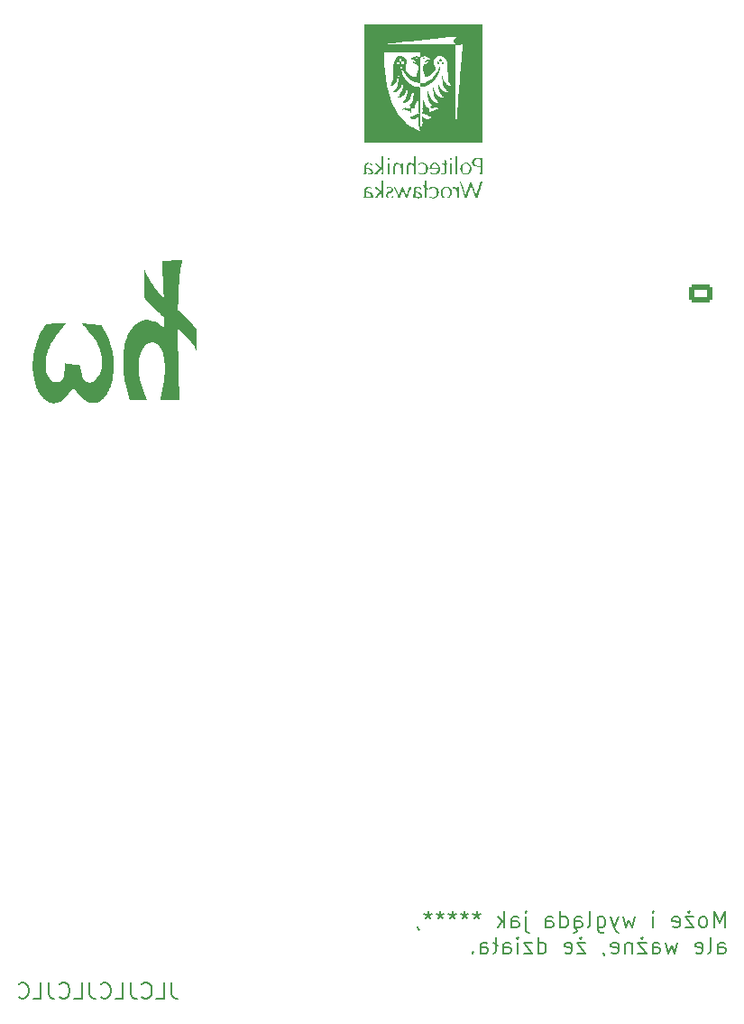
<source format=gbr>
%TF.GenerationSoftware,KiCad,Pcbnew,8.0.6*%
%TF.CreationDate,2024-12-19T16:20:12+01:00*%
%TF.ProjectId,schemat,73636865-6d61-4742-9e6b-696361645f70,rev?*%
%TF.SameCoordinates,Original*%
%TF.FileFunction,Legend,Bot*%
%TF.FilePolarity,Positive*%
%FSLAX46Y46*%
G04 Gerber Fmt 4.6, Leading zero omitted, Abs format (unit mm)*
G04 Created by KiCad (PCBNEW 8.0.6) date 2024-12-19 16:20:12*
%MOMM*%
%LPD*%
G01*
G04 APERTURE LIST*
G04 Aperture macros list*
%AMRoundRect*
0 Rectangle with rounded corners*
0 $1 Rounding radius*
0 $2 $3 $4 $5 $6 $7 $8 $9 X,Y pos of 4 corners*
0 Add a 4 corners polygon primitive as box body*
4,1,4,$2,$3,$4,$5,$6,$7,$8,$9,$2,$3,0*
0 Add four circle primitives for the rounded corners*
1,1,$1+$1,$2,$3*
1,1,$1+$1,$4,$5*
1,1,$1+$1,$6,$7*
1,1,$1+$1,$8,$9*
0 Add four rect primitives between the rounded corners*
20,1,$1+$1,$2,$3,$4,$5,0*
20,1,$1+$1,$4,$5,$6,$7,0*
20,1,$1+$1,$6,$7,$8,$9,0*
20,1,$1+$1,$8,$9,$2,$3,0*%
G04 Aperture macros list end*
%ADD10C,0.187500*%
%ADD11C,0.000000*%
%ADD12C,1.600000*%
%ADD13O,1.600000X1.600000*%
%ADD14R,1.700000X1.700000*%
%ADD15R,1.600000X1.600000*%
%ADD16R,1.524000X2.524000*%
%ADD17O,1.524000X2.524000*%
%ADD18C,2.000000*%
%ADD19R,1.800000X1.800000*%
%ADD20C,1.800000*%
%ADD21C,1.905000*%
%ADD22R,1.905000X2.000000*%
%ADD23O,1.905000X2.000000*%
%ADD24O,1.700000X1.700000*%
%ADD25R,1.300000X1.300000*%
%ADD26C,1.300000*%
%ADD27RoundRect,0.250000X-0.845000X0.620000X-0.845000X-0.620000X0.845000X-0.620000X0.845000X0.620000X0*%
%ADD28O,2.190000X1.740000*%
G04 APERTURE END LIST*
D10*
X118019502Y-111891762D02*
X118019502Y-110391762D01*
X118019502Y-110391762D02*
X117519502Y-111463191D01*
X117519502Y-111463191D02*
X117019502Y-110391762D01*
X117019502Y-110391762D02*
X117019502Y-111891762D01*
X116090930Y-111891762D02*
X116233787Y-111820334D01*
X116233787Y-111820334D02*
X116305216Y-111748905D01*
X116305216Y-111748905D02*
X116376644Y-111606048D01*
X116376644Y-111606048D02*
X116376644Y-111177476D01*
X116376644Y-111177476D02*
X116305216Y-111034619D01*
X116305216Y-111034619D02*
X116233787Y-110963191D01*
X116233787Y-110963191D02*
X116090930Y-110891762D01*
X116090930Y-110891762D02*
X115876644Y-110891762D01*
X115876644Y-110891762D02*
X115733787Y-110963191D01*
X115733787Y-110963191D02*
X115662359Y-111034619D01*
X115662359Y-111034619D02*
X115590930Y-111177476D01*
X115590930Y-111177476D02*
X115590930Y-111606048D01*
X115590930Y-111606048D02*
X115662359Y-111748905D01*
X115662359Y-111748905D02*
X115733787Y-111820334D01*
X115733787Y-111820334D02*
X115876644Y-111891762D01*
X115876644Y-111891762D02*
X116090930Y-111891762D01*
X115090930Y-110891762D02*
X114305216Y-110891762D01*
X114305216Y-110891762D02*
X115090930Y-111891762D01*
X115090930Y-111891762D02*
X114305216Y-111891762D01*
X114662358Y-110391762D02*
X114733787Y-110463191D01*
X114733787Y-110463191D02*
X114662358Y-110534619D01*
X114662358Y-110534619D02*
X114590930Y-110463191D01*
X114590930Y-110463191D02*
X114662358Y-110391762D01*
X114662358Y-110391762D02*
X114662358Y-110534619D01*
X113162358Y-111820334D02*
X113305215Y-111891762D01*
X113305215Y-111891762D02*
X113590930Y-111891762D01*
X113590930Y-111891762D02*
X113733787Y-111820334D01*
X113733787Y-111820334D02*
X113805215Y-111677476D01*
X113805215Y-111677476D02*
X113805215Y-111106048D01*
X113805215Y-111106048D02*
X113733787Y-110963191D01*
X113733787Y-110963191D02*
X113590930Y-110891762D01*
X113590930Y-110891762D02*
X113305215Y-110891762D01*
X113305215Y-110891762D02*
X113162358Y-110963191D01*
X113162358Y-110963191D02*
X113090930Y-111106048D01*
X113090930Y-111106048D02*
X113090930Y-111248905D01*
X113090930Y-111248905D02*
X113805215Y-111391762D01*
X111305216Y-111891762D02*
X111305216Y-110891762D01*
X111305216Y-110391762D02*
X111376644Y-110463191D01*
X111376644Y-110463191D02*
X111305216Y-110534619D01*
X111305216Y-110534619D02*
X111233787Y-110463191D01*
X111233787Y-110463191D02*
X111305216Y-110391762D01*
X111305216Y-110391762D02*
X111305216Y-110534619D01*
X109590930Y-110891762D02*
X109305216Y-111891762D01*
X109305216Y-111891762D02*
X109019501Y-111177476D01*
X109019501Y-111177476D02*
X108733787Y-111891762D01*
X108733787Y-111891762D02*
X108448073Y-110891762D01*
X108019501Y-110891762D02*
X107662358Y-111891762D01*
X107305215Y-110891762D02*
X107662358Y-111891762D01*
X107662358Y-111891762D02*
X107805215Y-112248905D01*
X107805215Y-112248905D02*
X107876644Y-112320334D01*
X107876644Y-112320334D02*
X108019501Y-112391762D01*
X106090930Y-110891762D02*
X106090930Y-112106048D01*
X106090930Y-112106048D02*
X106162358Y-112248905D01*
X106162358Y-112248905D02*
X106233787Y-112320334D01*
X106233787Y-112320334D02*
X106376644Y-112391762D01*
X106376644Y-112391762D02*
X106590930Y-112391762D01*
X106590930Y-112391762D02*
X106733787Y-112320334D01*
X106090930Y-111820334D02*
X106233787Y-111891762D01*
X106233787Y-111891762D02*
X106519501Y-111891762D01*
X106519501Y-111891762D02*
X106662358Y-111820334D01*
X106662358Y-111820334D02*
X106733787Y-111748905D01*
X106733787Y-111748905D02*
X106805215Y-111606048D01*
X106805215Y-111606048D02*
X106805215Y-111177476D01*
X106805215Y-111177476D02*
X106733787Y-111034619D01*
X106733787Y-111034619D02*
X106662358Y-110963191D01*
X106662358Y-110963191D02*
X106519501Y-110891762D01*
X106519501Y-110891762D02*
X106233787Y-110891762D01*
X106233787Y-110891762D02*
X106090930Y-110963191D01*
X105162358Y-111891762D02*
X105305215Y-111820334D01*
X105305215Y-111820334D02*
X105376644Y-111677476D01*
X105376644Y-111677476D02*
X105376644Y-110391762D01*
X103948073Y-111891762D02*
X103948073Y-111106048D01*
X103948073Y-111106048D02*
X104019501Y-110963191D01*
X104019501Y-110963191D02*
X104162358Y-110891762D01*
X104162358Y-110891762D02*
X104448073Y-110891762D01*
X104448073Y-110891762D02*
X104590930Y-110963191D01*
X103948073Y-111820334D02*
X104090930Y-111891762D01*
X104090930Y-111891762D02*
X104448073Y-111891762D01*
X104448073Y-111891762D02*
X104590930Y-111820334D01*
X104590930Y-111820334D02*
X104662358Y-111677476D01*
X104662358Y-111677476D02*
X104662358Y-111534619D01*
X104662358Y-111534619D02*
X104590930Y-111391762D01*
X104590930Y-111391762D02*
X104448073Y-111320334D01*
X104448073Y-111320334D02*
X104090930Y-111320334D01*
X104090930Y-111320334D02*
X103948073Y-111248905D01*
X103948073Y-111891762D02*
X104090930Y-112034619D01*
X104090930Y-112034619D02*
X104162358Y-112177476D01*
X104162358Y-112177476D02*
X104090930Y-112320334D01*
X104090930Y-112320334D02*
X103948073Y-112391762D01*
X103948073Y-112391762D02*
X103805215Y-112391762D01*
X102590930Y-111891762D02*
X102590930Y-110391762D01*
X102590930Y-111820334D02*
X102733787Y-111891762D01*
X102733787Y-111891762D02*
X103019501Y-111891762D01*
X103019501Y-111891762D02*
X103162358Y-111820334D01*
X103162358Y-111820334D02*
X103233787Y-111748905D01*
X103233787Y-111748905D02*
X103305215Y-111606048D01*
X103305215Y-111606048D02*
X103305215Y-111177476D01*
X103305215Y-111177476D02*
X103233787Y-111034619D01*
X103233787Y-111034619D02*
X103162358Y-110963191D01*
X103162358Y-110963191D02*
X103019501Y-110891762D01*
X103019501Y-110891762D02*
X102733787Y-110891762D01*
X102733787Y-110891762D02*
X102590930Y-110963191D01*
X101233787Y-111891762D02*
X101233787Y-111106048D01*
X101233787Y-111106048D02*
X101305215Y-110963191D01*
X101305215Y-110963191D02*
X101448072Y-110891762D01*
X101448072Y-110891762D02*
X101733787Y-110891762D01*
X101733787Y-110891762D02*
X101876644Y-110963191D01*
X101233787Y-111820334D02*
X101376644Y-111891762D01*
X101376644Y-111891762D02*
X101733787Y-111891762D01*
X101733787Y-111891762D02*
X101876644Y-111820334D01*
X101876644Y-111820334D02*
X101948072Y-111677476D01*
X101948072Y-111677476D02*
X101948072Y-111534619D01*
X101948072Y-111534619D02*
X101876644Y-111391762D01*
X101876644Y-111391762D02*
X101733787Y-111320334D01*
X101733787Y-111320334D02*
X101376644Y-111320334D01*
X101376644Y-111320334D02*
X101233787Y-111248905D01*
X99376644Y-110891762D02*
X99376644Y-112177476D01*
X99376644Y-112177476D02*
X99448072Y-112320334D01*
X99448072Y-112320334D02*
X99590929Y-112391762D01*
X99590929Y-112391762D02*
X99662358Y-112391762D01*
X99376644Y-110391762D02*
X99448072Y-110463191D01*
X99448072Y-110463191D02*
X99376644Y-110534619D01*
X99376644Y-110534619D02*
X99305215Y-110463191D01*
X99305215Y-110463191D02*
X99376644Y-110391762D01*
X99376644Y-110391762D02*
X99376644Y-110534619D01*
X98019501Y-111891762D02*
X98019501Y-111106048D01*
X98019501Y-111106048D02*
X98090929Y-110963191D01*
X98090929Y-110963191D02*
X98233786Y-110891762D01*
X98233786Y-110891762D02*
X98519501Y-110891762D01*
X98519501Y-110891762D02*
X98662358Y-110963191D01*
X98019501Y-111820334D02*
X98162358Y-111891762D01*
X98162358Y-111891762D02*
X98519501Y-111891762D01*
X98519501Y-111891762D02*
X98662358Y-111820334D01*
X98662358Y-111820334D02*
X98733786Y-111677476D01*
X98733786Y-111677476D02*
X98733786Y-111534619D01*
X98733786Y-111534619D02*
X98662358Y-111391762D01*
X98662358Y-111391762D02*
X98519501Y-111320334D01*
X98519501Y-111320334D02*
X98162358Y-111320334D01*
X98162358Y-111320334D02*
X98019501Y-111248905D01*
X97305215Y-111891762D02*
X97305215Y-110391762D01*
X97162358Y-111320334D02*
X96733786Y-111891762D01*
X96733786Y-110891762D02*
X97305215Y-111463191D01*
X94733786Y-110391762D02*
X94733786Y-110748905D01*
X95090929Y-110606048D02*
X94733786Y-110748905D01*
X94733786Y-110748905D02*
X94376643Y-110606048D01*
X94948072Y-111034619D02*
X94733786Y-110748905D01*
X94733786Y-110748905D02*
X94519500Y-111034619D01*
X93590929Y-110391762D02*
X93590929Y-110748905D01*
X93948072Y-110606048D02*
X93590929Y-110748905D01*
X93590929Y-110748905D02*
X93233786Y-110606048D01*
X93805215Y-111034619D02*
X93590929Y-110748905D01*
X93590929Y-110748905D02*
X93376643Y-111034619D01*
X92448072Y-110391762D02*
X92448072Y-110748905D01*
X92805215Y-110606048D02*
X92448072Y-110748905D01*
X92448072Y-110748905D02*
X92090929Y-110606048D01*
X92662358Y-111034619D02*
X92448072Y-110748905D01*
X92448072Y-110748905D02*
X92233786Y-111034619D01*
X91305215Y-110391762D02*
X91305215Y-110748905D01*
X91662358Y-110606048D02*
X91305215Y-110748905D01*
X91305215Y-110748905D02*
X90948072Y-110606048D01*
X91519501Y-111034619D02*
X91305215Y-110748905D01*
X91305215Y-110748905D02*
X91090929Y-111034619D01*
X90162358Y-110391762D02*
X90162358Y-110748905D01*
X90519501Y-110606048D02*
X90162358Y-110748905D01*
X90162358Y-110748905D02*
X89805215Y-110606048D01*
X90376644Y-111034619D02*
X90162358Y-110748905D01*
X90162358Y-110748905D02*
X89948072Y-111034619D01*
X89162358Y-111820334D02*
X89162358Y-111891762D01*
X89162358Y-111891762D02*
X89233787Y-112034619D01*
X89233787Y-112034619D02*
X89305215Y-112106048D01*
X117376645Y-114306678D02*
X117376645Y-113520964D01*
X117376645Y-113520964D02*
X117448073Y-113378107D01*
X117448073Y-113378107D02*
X117590930Y-113306678D01*
X117590930Y-113306678D02*
X117876645Y-113306678D01*
X117876645Y-113306678D02*
X118019502Y-113378107D01*
X117376645Y-114235250D02*
X117519502Y-114306678D01*
X117519502Y-114306678D02*
X117876645Y-114306678D01*
X117876645Y-114306678D02*
X118019502Y-114235250D01*
X118019502Y-114235250D02*
X118090930Y-114092392D01*
X118090930Y-114092392D02*
X118090930Y-113949535D01*
X118090930Y-113949535D02*
X118019502Y-113806678D01*
X118019502Y-113806678D02*
X117876645Y-113735250D01*
X117876645Y-113735250D02*
X117519502Y-113735250D01*
X117519502Y-113735250D02*
X117376645Y-113663821D01*
X116448073Y-114306678D02*
X116590930Y-114235250D01*
X116590930Y-114235250D02*
X116662359Y-114092392D01*
X116662359Y-114092392D02*
X116662359Y-112806678D01*
X115305216Y-114235250D02*
X115448073Y-114306678D01*
X115448073Y-114306678D02*
X115733788Y-114306678D01*
X115733788Y-114306678D02*
X115876645Y-114235250D01*
X115876645Y-114235250D02*
X115948073Y-114092392D01*
X115948073Y-114092392D02*
X115948073Y-113520964D01*
X115948073Y-113520964D02*
X115876645Y-113378107D01*
X115876645Y-113378107D02*
X115733788Y-113306678D01*
X115733788Y-113306678D02*
X115448073Y-113306678D01*
X115448073Y-113306678D02*
X115305216Y-113378107D01*
X115305216Y-113378107D02*
X115233788Y-113520964D01*
X115233788Y-113520964D02*
X115233788Y-113663821D01*
X115233788Y-113663821D02*
X115948073Y-113806678D01*
X113590931Y-113306678D02*
X113305217Y-114306678D01*
X113305217Y-114306678D02*
X113019502Y-113592392D01*
X113019502Y-113592392D02*
X112733788Y-114306678D01*
X112733788Y-114306678D02*
X112448074Y-113306678D01*
X111233788Y-114306678D02*
X111233788Y-113520964D01*
X111233788Y-113520964D02*
X111305216Y-113378107D01*
X111305216Y-113378107D02*
X111448073Y-113306678D01*
X111448073Y-113306678D02*
X111733788Y-113306678D01*
X111733788Y-113306678D02*
X111876645Y-113378107D01*
X111233788Y-114235250D02*
X111376645Y-114306678D01*
X111376645Y-114306678D02*
X111733788Y-114306678D01*
X111733788Y-114306678D02*
X111876645Y-114235250D01*
X111876645Y-114235250D02*
X111948073Y-114092392D01*
X111948073Y-114092392D02*
X111948073Y-113949535D01*
X111948073Y-113949535D02*
X111876645Y-113806678D01*
X111876645Y-113806678D02*
X111733788Y-113735250D01*
X111733788Y-113735250D02*
X111376645Y-113735250D01*
X111376645Y-113735250D02*
X111233788Y-113663821D01*
X110662359Y-113306678D02*
X109876645Y-113306678D01*
X109876645Y-113306678D02*
X110662359Y-114306678D01*
X110662359Y-114306678D02*
X109876645Y-114306678D01*
X110233787Y-112806678D02*
X110305216Y-112878107D01*
X110305216Y-112878107D02*
X110233787Y-112949535D01*
X110233787Y-112949535D02*
X110162359Y-112878107D01*
X110162359Y-112878107D02*
X110233787Y-112806678D01*
X110233787Y-112806678D02*
X110233787Y-112949535D01*
X109305216Y-113306678D02*
X109305216Y-114306678D01*
X109305216Y-113449535D02*
X109233787Y-113378107D01*
X109233787Y-113378107D02*
X109090930Y-113306678D01*
X109090930Y-113306678D02*
X108876644Y-113306678D01*
X108876644Y-113306678D02*
X108733787Y-113378107D01*
X108733787Y-113378107D02*
X108662359Y-113520964D01*
X108662359Y-113520964D02*
X108662359Y-114306678D01*
X107376644Y-114235250D02*
X107519501Y-114306678D01*
X107519501Y-114306678D02*
X107805216Y-114306678D01*
X107805216Y-114306678D02*
X107948073Y-114235250D01*
X107948073Y-114235250D02*
X108019501Y-114092392D01*
X108019501Y-114092392D02*
X108019501Y-113520964D01*
X108019501Y-113520964D02*
X107948073Y-113378107D01*
X107948073Y-113378107D02*
X107805216Y-113306678D01*
X107805216Y-113306678D02*
X107519501Y-113306678D01*
X107519501Y-113306678D02*
X107376644Y-113378107D01*
X107376644Y-113378107D02*
X107305216Y-113520964D01*
X107305216Y-113520964D02*
X107305216Y-113663821D01*
X107305216Y-113663821D02*
X108019501Y-113806678D01*
X106590930Y-114235250D02*
X106590930Y-114306678D01*
X106590930Y-114306678D02*
X106662359Y-114449535D01*
X106662359Y-114449535D02*
X106733787Y-114520964D01*
X104948073Y-113306678D02*
X104162359Y-113306678D01*
X104162359Y-113306678D02*
X104948073Y-114306678D01*
X104948073Y-114306678D02*
X104162359Y-114306678D01*
X104519501Y-112806678D02*
X104590930Y-112878107D01*
X104590930Y-112878107D02*
X104519501Y-112949535D01*
X104519501Y-112949535D02*
X104448073Y-112878107D01*
X104448073Y-112878107D02*
X104519501Y-112806678D01*
X104519501Y-112806678D02*
X104519501Y-112949535D01*
X103019501Y-114235250D02*
X103162358Y-114306678D01*
X103162358Y-114306678D02*
X103448073Y-114306678D01*
X103448073Y-114306678D02*
X103590930Y-114235250D01*
X103590930Y-114235250D02*
X103662358Y-114092392D01*
X103662358Y-114092392D02*
X103662358Y-113520964D01*
X103662358Y-113520964D02*
X103590930Y-113378107D01*
X103590930Y-113378107D02*
X103448073Y-113306678D01*
X103448073Y-113306678D02*
X103162358Y-113306678D01*
X103162358Y-113306678D02*
X103019501Y-113378107D01*
X103019501Y-113378107D02*
X102948073Y-113520964D01*
X102948073Y-113520964D02*
X102948073Y-113663821D01*
X102948073Y-113663821D02*
X103662358Y-113806678D01*
X100519502Y-114306678D02*
X100519502Y-112806678D01*
X100519502Y-114235250D02*
X100662359Y-114306678D01*
X100662359Y-114306678D02*
X100948073Y-114306678D01*
X100948073Y-114306678D02*
X101090930Y-114235250D01*
X101090930Y-114235250D02*
X101162359Y-114163821D01*
X101162359Y-114163821D02*
X101233787Y-114020964D01*
X101233787Y-114020964D02*
X101233787Y-113592392D01*
X101233787Y-113592392D02*
X101162359Y-113449535D01*
X101162359Y-113449535D02*
X101090930Y-113378107D01*
X101090930Y-113378107D02*
X100948073Y-113306678D01*
X100948073Y-113306678D02*
X100662359Y-113306678D01*
X100662359Y-113306678D02*
X100519502Y-113378107D01*
X99948073Y-113306678D02*
X99162359Y-113306678D01*
X99162359Y-113306678D02*
X99948073Y-114306678D01*
X99948073Y-114306678D02*
X99162359Y-114306678D01*
X98590930Y-114306678D02*
X98590930Y-113306678D01*
X98590930Y-112806678D02*
X98662358Y-112878107D01*
X98662358Y-112878107D02*
X98590930Y-112949535D01*
X98590930Y-112949535D02*
X98519501Y-112878107D01*
X98519501Y-112878107D02*
X98590930Y-112806678D01*
X98590930Y-112806678D02*
X98590930Y-112949535D01*
X97233787Y-114306678D02*
X97233787Y-113520964D01*
X97233787Y-113520964D02*
X97305215Y-113378107D01*
X97305215Y-113378107D02*
X97448072Y-113306678D01*
X97448072Y-113306678D02*
X97733787Y-113306678D01*
X97733787Y-113306678D02*
X97876644Y-113378107D01*
X97233787Y-114235250D02*
X97376644Y-114306678D01*
X97376644Y-114306678D02*
X97733787Y-114306678D01*
X97733787Y-114306678D02*
X97876644Y-114235250D01*
X97876644Y-114235250D02*
X97948072Y-114092392D01*
X97948072Y-114092392D02*
X97948072Y-113949535D01*
X97948072Y-113949535D02*
X97876644Y-113806678D01*
X97876644Y-113806678D02*
X97733787Y-113735250D01*
X97733787Y-113735250D02*
X97376644Y-113735250D01*
X97376644Y-113735250D02*
X97233787Y-113663821D01*
X96305215Y-114306678D02*
X96448072Y-114235250D01*
X96448072Y-114235250D02*
X96519501Y-114092392D01*
X96519501Y-114092392D02*
X96519501Y-112806678D01*
X96733786Y-113592392D02*
X96305215Y-113306678D01*
X95090930Y-114306678D02*
X95090930Y-113520964D01*
X95090930Y-113520964D02*
X95162358Y-113378107D01*
X95162358Y-113378107D02*
X95305215Y-113306678D01*
X95305215Y-113306678D02*
X95590930Y-113306678D01*
X95590930Y-113306678D02*
X95733787Y-113378107D01*
X95090930Y-114235250D02*
X95233787Y-114306678D01*
X95233787Y-114306678D02*
X95590930Y-114306678D01*
X95590930Y-114306678D02*
X95733787Y-114235250D01*
X95733787Y-114235250D02*
X95805215Y-114092392D01*
X95805215Y-114092392D02*
X95805215Y-113949535D01*
X95805215Y-113949535D02*
X95733787Y-113806678D01*
X95733787Y-113806678D02*
X95590930Y-113735250D01*
X95590930Y-113735250D02*
X95233787Y-113735250D01*
X95233787Y-113735250D02*
X95090930Y-113663821D01*
X94376644Y-114163821D02*
X94305215Y-114235250D01*
X94305215Y-114235250D02*
X94376644Y-114306678D01*
X94376644Y-114306678D02*
X94448072Y-114235250D01*
X94448072Y-114235250D02*
X94376644Y-114163821D01*
X94376644Y-114163821D02*
X94376644Y-114306678D01*
X66090930Y-117056678D02*
X66090930Y-118128107D01*
X66090930Y-118128107D02*
X66162359Y-118342392D01*
X66162359Y-118342392D02*
X66305216Y-118485250D01*
X66305216Y-118485250D02*
X66519502Y-118556678D01*
X66519502Y-118556678D02*
X66662359Y-118556678D01*
X64662359Y-118556678D02*
X65376645Y-118556678D01*
X65376645Y-118556678D02*
X65376645Y-117056678D01*
X63305216Y-118413821D02*
X63376644Y-118485250D01*
X63376644Y-118485250D02*
X63590930Y-118556678D01*
X63590930Y-118556678D02*
X63733787Y-118556678D01*
X63733787Y-118556678D02*
X63948073Y-118485250D01*
X63948073Y-118485250D02*
X64090930Y-118342392D01*
X64090930Y-118342392D02*
X64162359Y-118199535D01*
X64162359Y-118199535D02*
X64233787Y-117913821D01*
X64233787Y-117913821D02*
X64233787Y-117699535D01*
X64233787Y-117699535D02*
X64162359Y-117413821D01*
X64162359Y-117413821D02*
X64090930Y-117270964D01*
X64090930Y-117270964D02*
X63948073Y-117128107D01*
X63948073Y-117128107D02*
X63733787Y-117056678D01*
X63733787Y-117056678D02*
X63590930Y-117056678D01*
X63590930Y-117056678D02*
X63376644Y-117128107D01*
X63376644Y-117128107D02*
X63305216Y-117199535D01*
X62233787Y-117056678D02*
X62233787Y-118128107D01*
X62233787Y-118128107D02*
X62305216Y-118342392D01*
X62305216Y-118342392D02*
X62448073Y-118485250D01*
X62448073Y-118485250D02*
X62662359Y-118556678D01*
X62662359Y-118556678D02*
X62805216Y-118556678D01*
X60805216Y-118556678D02*
X61519502Y-118556678D01*
X61519502Y-118556678D02*
X61519502Y-117056678D01*
X59448073Y-118413821D02*
X59519501Y-118485250D01*
X59519501Y-118485250D02*
X59733787Y-118556678D01*
X59733787Y-118556678D02*
X59876644Y-118556678D01*
X59876644Y-118556678D02*
X60090930Y-118485250D01*
X60090930Y-118485250D02*
X60233787Y-118342392D01*
X60233787Y-118342392D02*
X60305216Y-118199535D01*
X60305216Y-118199535D02*
X60376644Y-117913821D01*
X60376644Y-117913821D02*
X60376644Y-117699535D01*
X60376644Y-117699535D02*
X60305216Y-117413821D01*
X60305216Y-117413821D02*
X60233787Y-117270964D01*
X60233787Y-117270964D02*
X60090930Y-117128107D01*
X60090930Y-117128107D02*
X59876644Y-117056678D01*
X59876644Y-117056678D02*
X59733787Y-117056678D01*
X59733787Y-117056678D02*
X59519501Y-117128107D01*
X59519501Y-117128107D02*
X59448073Y-117199535D01*
X58376644Y-117056678D02*
X58376644Y-118128107D01*
X58376644Y-118128107D02*
X58448073Y-118342392D01*
X58448073Y-118342392D02*
X58590930Y-118485250D01*
X58590930Y-118485250D02*
X58805216Y-118556678D01*
X58805216Y-118556678D02*
X58948073Y-118556678D01*
X56948073Y-118556678D02*
X57662359Y-118556678D01*
X57662359Y-118556678D02*
X57662359Y-117056678D01*
X55590930Y-118413821D02*
X55662358Y-118485250D01*
X55662358Y-118485250D02*
X55876644Y-118556678D01*
X55876644Y-118556678D02*
X56019501Y-118556678D01*
X56019501Y-118556678D02*
X56233787Y-118485250D01*
X56233787Y-118485250D02*
X56376644Y-118342392D01*
X56376644Y-118342392D02*
X56448073Y-118199535D01*
X56448073Y-118199535D02*
X56519501Y-117913821D01*
X56519501Y-117913821D02*
X56519501Y-117699535D01*
X56519501Y-117699535D02*
X56448073Y-117413821D01*
X56448073Y-117413821D02*
X56376644Y-117270964D01*
X56376644Y-117270964D02*
X56233787Y-117128107D01*
X56233787Y-117128107D02*
X56019501Y-117056678D01*
X56019501Y-117056678D02*
X55876644Y-117056678D01*
X55876644Y-117056678D02*
X55662358Y-117128107D01*
X55662358Y-117128107D02*
X55590930Y-117199535D01*
X54519501Y-117056678D02*
X54519501Y-118128107D01*
X54519501Y-118128107D02*
X54590930Y-118342392D01*
X54590930Y-118342392D02*
X54733787Y-118485250D01*
X54733787Y-118485250D02*
X54948073Y-118556678D01*
X54948073Y-118556678D02*
X55090930Y-118556678D01*
X53090930Y-118556678D02*
X53805216Y-118556678D01*
X53805216Y-118556678D02*
X53805216Y-117056678D01*
X51733787Y-118413821D02*
X51805215Y-118485250D01*
X51805215Y-118485250D02*
X52019501Y-118556678D01*
X52019501Y-118556678D02*
X52162358Y-118556678D01*
X52162358Y-118556678D02*
X52376644Y-118485250D01*
X52376644Y-118485250D02*
X52519501Y-118342392D01*
X52519501Y-118342392D02*
X52590930Y-118199535D01*
X52590930Y-118199535D02*
X52662358Y-117913821D01*
X52662358Y-117913821D02*
X52662358Y-117699535D01*
X52662358Y-117699535D02*
X52590930Y-117413821D01*
X52590930Y-117413821D02*
X52519501Y-117270964D01*
X52519501Y-117270964D02*
X52376644Y-117128107D01*
X52376644Y-117128107D02*
X52162358Y-117056678D01*
X52162358Y-117056678D02*
X52019501Y-117056678D01*
X52019501Y-117056678D02*
X51805215Y-117128107D01*
X51805215Y-117128107D02*
X51733787Y-117199535D01*
D11*
%TO.C,G\u002A\u002A\u002A*%
G36*
X55140794Y-56553851D02*
G01*
X55129868Y-56570000D01*
X54971987Y-56803350D01*
X54918544Y-56890000D01*
X54825795Y-57040379D01*
X54700125Y-57268854D01*
X54592884Y-57492691D01*
X54501979Y-57715808D01*
X54425315Y-57942121D01*
X54360800Y-58175546D01*
X54306340Y-58420000D01*
X54298214Y-58461787D01*
X54284224Y-58543167D01*
X54274147Y-58621817D01*
X54267400Y-58706283D01*
X54263399Y-58805106D01*
X54261563Y-58926831D01*
X54261308Y-59080000D01*
X54261456Y-59138460D01*
X54262320Y-59270530D01*
X54264388Y-59373056D01*
X54268321Y-59453651D01*
X54274782Y-59519926D01*
X54284429Y-59579493D01*
X54297925Y-59639964D01*
X54315931Y-59708950D01*
X54328321Y-59752838D01*
X54403406Y-59964686D01*
X54498298Y-60161993D01*
X54609476Y-60339680D01*
X54666448Y-60410000D01*
X54733422Y-60492665D01*
X54866615Y-60615871D01*
X55005537Y-60704217D01*
X55062954Y-60730962D01*
X55129306Y-60753996D01*
X55197655Y-60764672D01*
X55286907Y-60767223D01*
X55392878Y-60759902D01*
X55546781Y-60719335D01*
X55681623Y-60644565D01*
X55795544Y-60537087D01*
X55886689Y-60398399D01*
X55953200Y-60230000D01*
X55963325Y-60190738D01*
X55983593Y-60084859D01*
X56003171Y-59947895D01*
X56021352Y-59785796D01*
X56037427Y-59604514D01*
X56050690Y-59410000D01*
X56050955Y-59405461D01*
X56058226Y-59285789D01*
X56065185Y-59179660D01*
X56071358Y-59093671D01*
X56076272Y-59034423D01*
X56079455Y-59008515D01*
X56093367Y-59001628D01*
X56140705Y-59000582D01*
X56223274Y-59007636D01*
X56343024Y-59022896D01*
X56410390Y-59032263D01*
X56541220Y-59050303D01*
X56682307Y-59069598D01*
X56828106Y-59089406D01*
X56973075Y-59108983D01*
X57111671Y-59127587D01*
X57238352Y-59144474D01*
X57347574Y-59158902D01*
X57433795Y-59170128D01*
X57491472Y-59177408D01*
X57515062Y-59180000D01*
X57521592Y-59191464D01*
X57527866Y-59233208D01*
X57530478Y-59295000D01*
X57531846Y-59339488D01*
X57539159Y-59422563D01*
X57550576Y-59490000D01*
X57556608Y-59515773D01*
X57572045Y-59586275D01*
X57590764Y-59675615D01*
X57609965Y-59770567D01*
X57652292Y-59962386D01*
X57713967Y-60178020D01*
X57784557Y-60357802D01*
X57865495Y-60503783D01*
X57958211Y-60618017D01*
X58064137Y-60702559D01*
X58184706Y-60759460D01*
X58321348Y-60790775D01*
X58408442Y-60793476D01*
X58535277Y-60775046D01*
X58660197Y-60735530D01*
X58766204Y-60679192D01*
X58800176Y-60657726D01*
X58847626Y-60635623D01*
X58876204Y-60632770D01*
X58885924Y-60637362D01*
X58885484Y-60630357D01*
X58884521Y-60626975D01*
X58897211Y-60599350D01*
X58930777Y-60553363D01*
X58979625Y-60496938D01*
X59054212Y-60412776D01*
X59226398Y-60182504D01*
X59363395Y-59939003D01*
X59374869Y-59910000D01*
X59450000Y-59910000D01*
X59460000Y-59920000D01*
X59470000Y-59910000D01*
X59460000Y-59900000D01*
X59450000Y-59910000D01*
X59374869Y-59910000D01*
X59465459Y-59681019D01*
X59532843Y-59407299D01*
X59565803Y-59116590D01*
X59564593Y-58807640D01*
X59529469Y-58479194D01*
X59460683Y-58130000D01*
X59449951Y-58085972D01*
X59337314Y-57712273D01*
X59263901Y-57530000D01*
X60390000Y-57530000D01*
X60400000Y-57540000D01*
X60410000Y-57530000D01*
X60400000Y-57520000D01*
X60390000Y-57530000D01*
X59263901Y-57530000D01*
X59186369Y-57337500D01*
X58998444Y-56964322D01*
X58774867Y-56595408D01*
X58516965Y-56233426D01*
X58515379Y-56231365D01*
X58461309Y-56163693D01*
X58385896Y-56072784D01*
X58294460Y-55964794D01*
X58192322Y-55845882D01*
X58084802Y-55722204D01*
X57977220Y-55599918D01*
X57874896Y-55485181D01*
X57783151Y-55384151D01*
X57760428Y-55359181D01*
X57713600Y-55305813D01*
X57682575Y-55267610D01*
X57673151Y-55251561D01*
X57685126Y-55251492D01*
X57733061Y-55253771D01*
X57813822Y-55258522D01*
X57923366Y-55265479D01*
X58057651Y-55274380D01*
X58212635Y-55284959D01*
X58384276Y-55296952D01*
X58568531Y-55310095D01*
X59457062Y-55374100D01*
X59502300Y-55430834D01*
X59524825Y-55462244D01*
X59565188Y-55523924D01*
X59614295Y-55602646D01*
X59666035Y-55688784D01*
X59886514Y-56089900D01*
X60108089Y-56565591D01*
X60290865Y-57049449D01*
X60431531Y-57530000D01*
X60435264Y-57542752D01*
X60541705Y-58046780D01*
X60610609Y-58562813D01*
X60617169Y-58650725D01*
X60623208Y-58794941D01*
X60626413Y-58963900D01*
X60626930Y-59149515D01*
X60624904Y-59343696D01*
X60620482Y-59538355D01*
X60613810Y-59725404D01*
X60605034Y-59896753D01*
X60604070Y-59910000D01*
X60594300Y-60044315D01*
X60581755Y-60160000D01*
X60567946Y-60255661D01*
X60520219Y-60534299D01*
X60465580Y-60784254D01*
X60458373Y-60810000D01*
X60405190Y-61000000D01*
X60389670Y-61046527D01*
X60352027Y-61148656D01*
X60315572Y-61238697D01*
X60308582Y-61255962D01*
X60262219Y-61362372D01*
X60215821Y-61461816D01*
X60172275Y-61548223D01*
X60134463Y-61615520D01*
X60105270Y-61657638D01*
X60087582Y-61668505D01*
X60075426Y-61663240D01*
X60078534Y-61677627D01*
X60079749Y-61697849D01*
X60060461Y-61748034D01*
X60019669Y-61819567D01*
X59960596Y-61907716D01*
X59887962Y-62005732D01*
X59886466Y-62007751D01*
X59800501Y-62114939D01*
X59705925Y-62224551D01*
X59627365Y-62307410D01*
X59443844Y-62465899D01*
X59250938Y-62586014D01*
X59049180Y-62667515D01*
X58839106Y-62710160D01*
X58621251Y-62713709D01*
X58567554Y-62708637D01*
X58358812Y-62665159D01*
X58157197Y-62583766D01*
X57960000Y-62463435D01*
X57950733Y-62456672D01*
X57893716Y-62411257D01*
X57825934Y-62352617D01*
X57753234Y-62286396D01*
X57681461Y-62218239D01*
X57616460Y-62153789D01*
X57564077Y-62098690D01*
X57530157Y-62058586D01*
X57520544Y-62039120D01*
X57522113Y-62031988D01*
X57521334Y-62031180D01*
X59730000Y-62031180D01*
X59730195Y-62033976D01*
X59741772Y-62038380D01*
X59761910Y-62016909D01*
X59766777Y-62005732D01*
X59753091Y-62008090D01*
X59744206Y-62014264D01*
X59730000Y-62031180D01*
X57521334Y-62031180D01*
X57504886Y-62014117D01*
X57496107Y-62006684D01*
X57464209Y-61971677D01*
X57413895Y-61912296D01*
X57348919Y-61833083D01*
X57273037Y-61738575D01*
X57190000Y-61633315D01*
X57137935Y-61567034D01*
X57060047Y-61468987D01*
X56992257Y-61384996D01*
X56938163Y-61319454D01*
X56901360Y-61276755D01*
X56885446Y-61261293D01*
X56885357Y-61261288D01*
X56867346Y-61275690D01*
X56829652Y-61315085D01*
X56777740Y-61373509D01*
X56717075Y-61445000D01*
X56649506Y-61525732D01*
X56580227Y-61608506D01*
X56411866Y-61805692D01*
X56262359Y-61975197D01*
X56128958Y-62119678D01*
X56008916Y-62241794D01*
X55899485Y-62344203D01*
X55797918Y-62429563D01*
X55701467Y-62500532D01*
X55607384Y-62559768D01*
X55512923Y-62609929D01*
X55397850Y-62658630D01*
X55266573Y-62697429D01*
X55110000Y-62727926D01*
X55097886Y-62729543D01*
X55012948Y-62731045D01*
X54908221Y-62721400D01*
X54798856Y-62702516D01*
X54700000Y-62676299D01*
X54613319Y-62643802D01*
X54428428Y-62547798D01*
X54242679Y-62414374D01*
X54203660Y-62382215D01*
X54133855Y-62321698D01*
X54072465Y-62262556D01*
X54011509Y-62196357D01*
X53943002Y-62114668D01*
X53858961Y-62009056D01*
X53726737Y-61826945D01*
X53562237Y-61551180D01*
X56570000Y-61551180D01*
X56570195Y-61553976D01*
X56581772Y-61558380D01*
X56601910Y-61536909D01*
X56606777Y-61525732D01*
X56593091Y-61528090D01*
X56590342Y-61530000D01*
X56584206Y-61534264D01*
X56570000Y-61551180D01*
X53562237Y-61551180D01*
X53552582Y-61534995D01*
X53550251Y-61530000D01*
X56530000Y-61530000D01*
X56540000Y-61540000D01*
X56550000Y-61530000D01*
X56540000Y-61520000D01*
X56530000Y-61530000D01*
X53550251Y-61530000D01*
X53402969Y-61214340D01*
X53398300Y-61201302D01*
X56834904Y-61201302D01*
X56840000Y-61220000D01*
X56844109Y-61225920D01*
X56862361Y-61240000D01*
X56865097Y-61238697D01*
X56860000Y-61220000D01*
X56855892Y-61214079D01*
X56837640Y-61200000D01*
X56834904Y-61201302D01*
X53398300Y-61201302D01*
X53277498Y-60863966D01*
X53263093Y-60810000D01*
X58110000Y-60810000D01*
X58120000Y-60820000D01*
X58130000Y-60810000D01*
X58120000Y-60800000D01*
X58110000Y-60810000D01*
X53263093Y-60810000D01*
X53175770Y-60482857D01*
X53161938Y-60410000D01*
X54610000Y-60410000D01*
X54620000Y-60420000D01*
X54630000Y-60410000D01*
X54620000Y-60400000D01*
X54610000Y-60410000D01*
X53161938Y-60410000D01*
X53097388Y-60070000D01*
X53083983Y-59959140D01*
X53072580Y-59808515D01*
X53064353Y-59633495D01*
X53059307Y-59442113D01*
X53057449Y-59242399D01*
X53058784Y-59042387D01*
X53063318Y-58850109D01*
X53071058Y-58673597D01*
X53082008Y-58520883D01*
X53096175Y-58400000D01*
X53112407Y-58298447D01*
X53206349Y-57812824D01*
X53323625Y-57348372D01*
X53463302Y-56907536D01*
X53470115Y-56890000D01*
X54870000Y-56890000D01*
X54880000Y-56900000D01*
X54890000Y-56890000D01*
X54880000Y-56880000D01*
X54870000Y-56890000D01*
X53470115Y-56890000D01*
X53594440Y-56570000D01*
X55070000Y-56570000D01*
X55080000Y-56580000D01*
X55090000Y-56570000D01*
X55080000Y-56560000D01*
X55070000Y-56570000D01*
X53594440Y-56570000D01*
X53624448Y-56492764D01*
X53644563Y-56450000D01*
X55090000Y-56450000D01*
X55100000Y-56460000D01*
X55110000Y-56450000D01*
X55100000Y-56440000D01*
X55090000Y-56450000D01*
X53644563Y-56450000D01*
X53806133Y-56106502D01*
X54007423Y-55751196D01*
X54227389Y-55429293D01*
X54318934Y-55307607D01*
X55249467Y-55256520D01*
X55424833Y-55246953D01*
X55601910Y-55237425D01*
X55762689Y-55228910D01*
X55903231Y-55221611D01*
X56019596Y-55215729D01*
X56107843Y-55211466D01*
X56164032Y-55209024D01*
X56184223Y-55208605D01*
X56184014Y-55210603D01*
X56179089Y-55218655D01*
X56166834Y-55235442D01*
X56145026Y-55263765D01*
X56111444Y-55306426D01*
X56063866Y-55366224D01*
X56000072Y-55445962D01*
X55917840Y-55548439D01*
X55814948Y-55676458D01*
X55689175Y-55832819D01*
X55554628Y-56001775D01*
X55334310Y-56287964D01*
X55216378Y-56450000D01*
X55140794Y-56553851D01*
G37*
G36*
X64216125Y-51449553D02*
G01*
X64237698Y-51483940D01*
X64277757Y-51546153D01*
X64329829Y-51626173D01*
X64388601Y-51715907D01*
X64448756Y-51807263D01*
X64504978Y-51892148D01*
X64551953Y-51962471D01*
X64584363Y-52010140D01*
X64595934Y-52026610D01*
X64681563Y-52140673D01*
X64783658Y-52266487D01*
X64891139Y-52390762D01*
X64992930Y-52500212D01*
X65018387Y-52525687D01*
X65093052Y-52594839D01*
X65169063Y-52658547D01*
X65239004Y-52711109D01*
X65295456Y-52746827D01*
X65331003Y-52760000D01*
X65332241Y-52759984D01*
X65338113Y-52758566D01*
X65342668Y-52752335D01*
X65345824Y-52737776D01*
X65347497Y-52711378D01*
X65347606Y-52669627D01*
X65346068Y-52609011D01*
X65342800Y-52526017D01*
X65337719Y-52417131D01*
X65330743Y-52278842D01*
X65321789Y-52107635D01*
X65310775Y-51900000D01*
X65306203Y-51813945D01*
X65284348Y-51400278D01*
X65264813Y-51026393D01*
X65247592Y-50692166D01*
X65232678Y-50397469D01*
X65220067Y-50142179D01*
X65209750Y-49926169D01*
X65201724Y-49749314D01*
X65195981Y-49611489D01*
X65192515Y-49512569D01*
X65191322Y-49452428D01*
X65192393Y-49430940D01*
X65211225Y-49427421D01*
X65265039Y-49421140D01*
X65348427Y-49412769D01*
X65456054Y-49402816D01*
X65582582Y-49391793D01*
X65722675Y-49380211D01*
X65782339Y-49375393D01*
X65963539Y-49360674D01*
X66157202Y-49344833D01*
X66350244Y-49328946D01*
X66529581Y-49314088D01*
X66682129Y-49301336D01*
X66739288Y-49296591D01*
X66861708Y-49286896D01*
X66967568Y-49279147D01*
X67051047Y-49273736D01*
X67106323Y-49271053D01*
X67127575Y-49271487D01*
X67127657Y-49280060D01*
X67119815Y-49319894D01*
X67103804Y-49384173D01*
X67081684Y-49464241D01*
X67064290Y-49527481D01*
X67025420Y-49685791D01*
X66985323Y-49869197D01*
X66945930Y-50067721D01*
X66909173Y-50271383D01*
X66876985Y-50470205D01*
X66851297Y-50654208D01*
X66834072Y-50801441D01*
X66807397Y-51077977D01*
X66783758Y-51389996D01*
X66763085Y-51738601D01*
X66745307Y-52124901D01*
X66730354Y-52550000D01*
X66727731Y-52633823D01*
X66721423Y-52821569D01*
X66714535Y-53010880D01*
X66713005Y-53050000D01*
X66710659Y-53110000D01*
X66707396Y-53193447D01*
X66700339Y-53360959D01*
X66693695Y-53505105D01*
X66687795Y-53617576D01*
X66666579Y-53985153D01*
X66773290Y-54077212D01*
X66785959Y-54088207D01*
X66868434Y-54161968D01*
X66969456Y-54255210D01*
X67070150Y-54350000D01*
X67085362Y-54364320D01*
X67212492Y-54485685D01*
X67347181Y-54615693D01*
X67485020Y-54750000D01*
X67485769Y-54750730D01*
X67624592Y-54887186D01*
X67759988Y-55021445D01*
X67828466Y-55090000D01*
X67888296Y-55149897D01*
X68005852Y-55268929D01*
X68108994Y-55374927D01*
X68194061Y-55464280D01*
X68257389Y-55533374D01*
X68295317Y-55578597D01*
X68325636Y-55619115D01*
X68354915Y-55660113D01*
X68379197Y-55699462D01*
X68398946Y-55740948D01*
X68414625Y-55788357D01*
X68426699Y-55845475D01*
X68435631Y-55916088D01*
X68441884Y-56003984D01*
X68445923Y-56112948D01*
X68448210Y-56246767D01*
X68449210Y-56409227D01*
X68449283Y-56490000D01*
X68449386Y-56604114D01*
X68449202Y-56835214D01*
X68448403Y-57790000D01*
X68389924Y-57674530D01*
X68363043Y-57624089D01*
X68300608Y-57516834D01*
X68223266Y-57392501D01*
X68137007Y-57260387D01*
X68047822Y-57129788D01*
X67961702Y-57010000D01*
X67924380Y-56962443D01*
X67843176Y-56868025D01*
X67740722Y-56756322D01*
X67622555Y-56632825D01*
X67494217Y-56503025D01*
X67480957Y-56490000D01*
X67530000Y-56490000D01*
X67540000Y-56500000D01*
X67550000Y-56490000D01*
X67540000Y-56480000D01*
X67530000Y-56490000D01*
X67480957Y-56490000D01*
X67361248Y-56372413D01*
X67229188Y-56246480D01*
X67103577Y-56130716D01*
X66989954Y-56030612D01*
X66893861Y-55951659D01*
X66860811Y-55926151D01*
X66783340Y-55868208D01*
X66719469Y-55823037D01*
X66675082Y-55794703D01*
X66656060Y-55787273D01*
X66655727Y-55789966D01*
X66655411Y-55823614D01*
X66656028Y-55893465D01*
X66657514Y-55996694D01*
X66659801Y-56130478D01*
X66662825Y-56291995D01*
X66666519Y-56478421D01*
X66670818Y-56686933D01*
X66675656Y-56914707D01*
X66680966Y-57158920D01*
X66686683Y-57416749D01*
X66692742Y-57685371D01*
X66699076Y-57961962D01*
X66705619Y-58243699D01*
X66712305Y-58527759D01*
X66719070Y-58811319D01*
X66725846Y-59091555D01*
X66732568Y-59365645D01*
X66739170Y-59630764D01*
X66745586Y-59884090D01*
X66751750Y-60122799D01*
X66757598Y-60344068D01*
X66763061Y-60545073D01*
X66768076Y-60722993D01*
X66772575Y-60875002D01*
X66776493Y-60998279D01*
X66779765Y-61090000D01*
X66782199Y-61158440D01*
X66785739Y-61271535D01*
X66789686Y-61409208D01*
X66793807Y-61562989D01*
X66797870Y-61724410D01*
X66801641Y-61885000D01*
X66814153Y-62440000D01*
X65929315Y-62440000D01*
X65044477Y-62440000D01*
X65058299Y-62305086D01*
X65058785Y-62300508D01*
X65069275Y-62225973D01*
X65086549Y-62126052D01*
X65108321Y-62013254D01*
X65132307Y-61900086D01*
X65219202Y-61487369D01*
X65299337Y-61054399D01*
X65364762Y-60638885D01*
X65413913Y-60250000D01*
X65424558Y-60123566D01*
X65432559Y-59968736D01*
X65437863Y-59793930D01*
X65440518Y-59606636D01*
X65440573Y-59414343D01*
X65438075Y-59224540D01*
X65433073Y-59044716D01*
X65425616Y-58882358D01*
X65415752Y-58744957D01*
X65403528Y-58640000D01*
X65365973Y-58424286D01*
X65316680Y-58206415D01*
X65258263Y-58012167D01*
X65188077Y-57832908D01*
X65103478Y-57660000D01*
X65088929Y-57633328D01*
X64967578Y-57441554D01*
X64836965Y-57288175D01*
X64696087Y-57172506D01*
X64543940Y-57093863D01*
X64379521Y-57051562D01*
X64201828Y-57044918D01*
X64071454Y-57062020D01*
X63923710Y-57108882D01*
X63783674Y-57186924D01*
X63646591Y-57298907D01*
X63507705Y-57447589D01*
X63419556Y-57561750D01*
X63342043Y-57684288D01*
X63273653Y-57819840D01*
X63212237Y-57973797D01*
X63155646Y-58151548D01*
X63101731Y-58358486D01*
X63048345Y-58600000D01*
X63007521Y-58841465D01*
X62976853Y-59209310D01*
X62980081Y-59595120D01*
X63016979Y-59997321D01*
X63087322Y-60414339D01*
X63190885Y-60844598D01*
X63327443Y-61286525D01*
X63496772Y-61738545D01*
X63498155Y-61741953D01*
X63532434Y-61830703D01*
X63558578Y-61906547D01*
X63574047Y-61961532D01*
X63576303Y-61987704D01*
X63572305Y-61996294D01*
X63580039Y-61995088D01*
X63587608Y-61994935D01*
X63609371Y-62018349D01*
X63634912Y-62065088D01*
X63655222Y-62111568D01*
X63686456Y-62187470D01*
X63717333Y-62266505D01*
X63744071Y-62338672D01*
X63762888Y-62393965D01*
X63770000Y-62422381D01*
X63769097Y-62423250D01*
X63741763Y-62427151D01*
X63679334Y-62430700D01*
X63585856Y-62433807D01*
X63465370Y-62436380D01*
X63321920Y-62438331D01*
X63159549Y-62439567D01*
X62982301Y-62440000D01*
X62194601Y-62440000D01*
X62164793Y-62394507D01*
X62148865Y-62361995D01*
X62122348Y-62291713D01*
X62089218Y-62192259D01*
X62051054Y-62068911D01*
X62009437Y-61926944D01*
X61965945Y-61771635D01*
X61922159Y-61608260D01*
X61879658Y-61442096D01*
X61818691Y-61191130D01*
X61742679Y-60852518D01*
X61680445Y-60537192D01*
X61630847Y-60237156D01*
X61592747Y-59944415D01*
X61565007Y-59650973D01*
X61546486Y-59348833D01*
X61536047Y-59030000D01*
X61534433Y-58934861D01*
X61535905Y-58550672D01*
X61551507Y-58195088D01*
X61582066Y-57860668D01*
X61628411Y-57539973D01*
X61691368Y-57225564D01*
X61771765Y-56910000D01*
X61809917Y-56785029D01*
X61871723Y-56610452D01*
X61943001Y-56432874D01*
X62019962Y-56260667D01*
X62098816Y-56102204D01*
X62175772Y-55965858D01*
X62247042Y-55860000D01*
X62263086Y-55838670D01*
X62312042Y-55771104D01*
X62359046Y-55703501D01*
X62380286Y-55673811D01*
X62423248Y-55621666D01*
X62458209Y-55588501D01*
X62480730Y-55569256D01*
X62480134Y-55560000D01*
X62478615Y-55559067D01*
X62489115Y-55540017D01*
X62521390Y-55501441D01*
X62570000Y-55450000D01*
X62580611Y-55439377D01*
X62634678Y-55388916D01*
X62678813Y-55353416D01*
X62704317Y-55340000D01*
X62714091Y-55338706D01*
X62730000Y-55322897D01*
X62734295Y-55312727D01*
X62766159Y-55281207D01*
X62823039Y-55238576D01*
X62897715Y-55189285D01*
X62982969Y-55137786D01*
X63071581Y-55088532D01*
X63156331Y-55045974D01*
X63230000Y-55014564D01*
X63403529Y-54962263D01*
X63643707Y-54924536D01*
X63890798Y-54922325D01*
X64138373Y-54955575D01*
X64380000Y-55024232D01*
X64404479Y-55033446D01*
X64555086Y-55099884D01*
X64713483Y-55183724D01*
X64864080Y-55276186D01*
X64991281Y-55368487D01*
X65041445Y-55407606D01*
X65098782Y-55450000D01*
X65128098Y-55471324D01*
X65187489Y-55515732D01*
X65250380Y-55563788D01*
X65295159Y-55596056D01*
X65337059Y-55620682D01*
X65357879Y-55625454D01*
X65360279Y-55613453D01*
X65363413Y-55566155D01*
X65366089Y-55488431D01*
X65368170Y-55385904D01*
X65369520Y-55264197D01*
X65370000Y-55128935D01*
X65370000Y-55090000D01*
X67730000Y-55090000D01*
X67740000Y-55100000D01*
X67750000Y-55090000D01*
X67740000Y-55080000D01*
X67730000Y-55090000D01*
X65370000Y-55090000D01*
X65370000Y-54750000D01*
X67410000Y-54750000D01*
X67420000Y-54760000D01*
X67430000Y-54750000D01*
X67420000Y-54740000D01*
X67410000Y-54750000D01*
X65370000Y-54750000D01*
X65370000Y-54644538D01*
X65225000Y-54527831D01*
X65126464Y-54447188D01*
X65011315Y-54350000D01*
X65110000Y-54350000D01*
X65120000Y-54360000D01*
X65130000Y-54350000D01*
X65120000Y-54340000D01*
X65110000Y-54350000D01*
X65011315Y-54350000D01*
X65004874Y-54344564D01*
X64881411Y-54237431D01*
X64759674Y-54129161D01*
X64643264Y-54023126D01*
X64535783Y-53922698D01*
X64440833Y-53831248D01*
X64362012Y-53752149D01*
X64302924Y-53688773D01*
X64267169Y-53644491D01*
X64258347Y-53622675D01*
X64260754Y-53615263D01*
X64244785Y-53607258D01*
X64237776Y-53605221D01*
X64204670Y-53580210D01*
X64151956Y-53530295D01*
X64083577Y-53459856D01*
X64003472Y-53373275D01*
X63915582Y-53274933D01*
X63823850Y-53169210D01*
X63773945Y-53110000D01*
X63830000Y-53110000D01*
X63840000Y-53120000D01*
X63850000Y-53110000D01*
X63840000Y-53100000D01*
X63830000Y-53110000D01*
X63773945Y-53110000D01*
X63732214Y-53060488D01*
X63723655Y-53050000D01*
X63830000Y-53050000D01*
X63840000Y-53060000D01*
X63850000Y-53050000D01*
X63840000Y-53040000D01*
X63830000Y-53050000D01*
X63723655Y-53050000D01*
X63644618Y-52953147D01*
X63565000Y-52851569D01*
X63490000Y-52753435D01*
X63490480Y-51461717D01*
X63490492Y-51430000D01*
X64050000Y-51430000D01*
X64060000Y-51440000D01*
X64070000Y-51430000D01*
X64060000Y-51420000D01*
X64050000Y-51430000D01*
X63490492Y-51430000D01*
X63490960Y-50170000D01*
X63572977Y-50320000D01*
X63615829Y-50398324D01*
X63713937Y-50577116D01*
X63798168Y-50729572D01*
X63872164Y-50862091D01*
X63939569Y-50981071D01*
X64004024Y-51092909D01*
X64069174Y-51204004D01*
X64138660Y-51320752D01*
X64204365Y-51430000D01*
X64216125Y-51449553D01*
G37*
G36*
X86549067Y-40742415D02*
G01*
X86549067Y-41268494D01*
X86460152Y-41268494D01*
X86371237Y-41268494D01*
X86371237Y-40742415D01*
X86371237Y-40216336D01*
X86460152Y-40216336D01*
X86549067Y-40216336D01*
X86549067Y-40742415D01*
G37*
G36*
X92936115Y-40423803D02*
G01*
X92936115Y-41253675D01*
X92847200Y-41253681D01*
X92758285Y-41253687D01*
X92758285Y-40423827D01*
X92758285Y-39593967D01*
X92847200Y-39593949D01*
X92936115Y-39593932D01*
X92936115Y-40423803D01*
G37*
G36*
X86514465Y-39730052D02*
G01*
X86562486Y-39784108D01*
X86564337Y-39859254D01*
X86526410Y-39904497D01*
X86462213Y-39922171D01*
X86397609Y-39909183D01*
X86357743Y-39864852D01*
X86350202Y-39798245D01*
X86379643Y-39736326D01*
X86444875Y-39712485D01*
X86514465Y-39730052D01*
G37*
G36*
X92380120Y-39742297D02*
G01*
X92416862Y-39794869D01*
X92406062Y-39877227D01*
X92390546Y-39898224D01*
X92333991Y-39918049D01*
X92264548Y-39909463D01*
X92207915Y-39873011D01*
X92192581Y-39848408D01*
X92192399Y-39790116D01*
X92237067Y-39745254D01*
X92316535Y-39727304D01*
X92380120Y-39742297D01*
G37*
G36*
X91165331Y-30689257D02*
G01*
X91210875Y-30736261D01*
X91227003Y-30800771D01*
X91201094Y-30866884D01*
X91176004Y-30888542D01*
X91113361Y-30909918D01*
X91096896Y-30908871D01*
X91033476Y-30877731D01*
X91003319Y-30817878D01*
X91011101Y-30749044D01*
X91061494Y-30690959D01*
X91102991Y-30675664D01*
X91165331Y-30689257D01*
G37*
G36*
X91395380Y-30452145D02*
G01*
X91446361Y-30513283D01*
X91461720Y-30552060D01*
X91459333Y-30599257D01*
X91413335Y-30646225D01*
X91381616Y-30666756D01*
X91309404Y-30679038D01*
X91254025Y-30645925D01*
X91231914Y-30573963D01*
X91236957Y-30530897D01*
X91273786Y-30465732D01*
X91332225Y-30437888D01*
X91395380Y-30452145D01*
G37*
G36*
X91580575Y-30720707D02*
G01*
X91626668Y-30774781D01*
X91642100Y-30854233D01*
X91615858Y-30926368D01*
X91571544Y-30961807D01*
X91511224Y-30956825D01*
X91450218Y-30893179D01*
X91420427Y-30841617D01*
X91422225Y-30801922D01*
X91464765Y-30752809D01*
X91482672Y-30735783D01*
X91533006Y-30706734D01*
X91580575Y-30720707D01*
G37*
G36*
X89883395Y-30325043D02*
G01*
X89903567Y-30347936D01*
X89879439Y-30379007D01*
X89816783Y-30411337D01*
X89721369Y-30438003D01*
X89706659Y-30440907D01*
X89640431Y-30454595D01*
X89610149Y-30461935D01*
X89609277Y-30457377D01*
X89621045Y-30420063D01*
X89643211Y-30384728D01*
X89718596Y-30335658D01*
X89822147Y-30317152D01*
X89883395Y-30325043D01*
G37*
G36*
X92387807Y-40733037D02*
G01*
X92387807Y-41249738D01*
X92306301Y-41262085D01*
X92248689Y-41271710D01*
X92217386Y-41278873D01*
X92215169Y-41255657D01*
X92213092Y-41182032D01*
X92211448Y-41067018D01*
X92210366Y-40919866D01*
X92209977Y-40749824D01*
X92209977Y-40216336D01*
X92298892Y-40216336D01*
X92387807Y-40216336D01*
X92387807Y-40733037D01*
G37*
G36*
X93039849Y-42968185D02*
G01*
X93039849Y-43497163D01*
X92958343Y-43499483D01*
X92876838Y-43501803D01*
X92876838Y-43155744D01*
X92876743Y-43114125D01*
X92873631Y-42960718D01*
X92865081Y-42851514D01*
X92849678Y-42774293D01*
X92826006Y-42716833D01*
X92805366Y-42685803D01*
X92736167Y-42624833D01*
X92657789Y-42594713D01*
X92590598Y-42605107D01*
X92571327Y-42609361D01*
X92533138Y-42583785D01*
X92507523Y-42525981D01*
X92513820Y-42470386D01*
X92555257Y-42440643D01*
X92620395Y-42439225D01*
X92697799Y-42468604D01*
X92776032Y-42531255D01*
X92862019Y-42623304D01*
X92862019Y-42531255D01*
X92865157Y-42479549D01*
X92888691Y-42446169D01*
X92950934Y-42439206D01*
X93039849Y-42439206D01*
X93039849Y-42968185D01*
G37*
G36*
X90046383Y-42169053D02*
G01*
X90046674Y-42293184D01*
X90048989Y-42403486D01*
X90055429Y-42474957D01*
X90068092Y-42518943D01*
X90089076Y-42546793D01*
X90120479Y-42569853D01*
X90171101Y-42620156D01*
X90194574Y-42682162D01*
X90194554Y-42693615D01*
X90190614Y-42726683D01*
X90170409Y-42721270D01*
X90120479Y-42676312D01*
X90046383Y-42606703D01*
X90046383Y-43056443D01*
X90046383Y-43506184D01*
X89957468Y-43506184D01*
X89868553Y-43506184D01*
X89868553Y-43003016D01*
X89868553Y-42499849D01*
X89794458Y-42451300D01*
X89743454Y-42402257D01*
X89720362Y-42346199D01*
X89723128Y-42312159D01*
X89742502Y-42307300D01*
X89794458Y-42338198D01*
X89868553Y-42386747D01*
X89868553Y-42101775D01*
X89868553Y-41816802D01*
X89957468Y-41816802D01*
X90046383Y-41816802D01*
X90046383Y-42169053D01*
G37*
G36*
X91319264Y-30973106D02*
G01*
X91318632Y-31024791D01*
X91308626Y-31114653D01*
X91289258Y-31237741D01*
X91260538Y-31389104D01*
X91192172Y-31662219D01*
X91064601Y-32000007D01*
X90898640Y-32293648D01*
X90694854Y-32542490D01*
X90453804Y-32745879D01*
X90176054Y-32903161D01*
X89862165Y-33013683D01*
X89857852Y-33014808D01*
X89737292Y-33043014D01*
X89626851Y-33063493D01*
X89549942Y-33071880D01*
X89453618Y-33073512D01*
X89453618Y-32913544D01*
X89453618Y-32753576D01*
X89649550Y-32719456D01*
X89837740Y-32675984D01*
X90134627Y-32559770D01*
X90408959Y-32390562D01*
X90658085Y-32170476D01*
X90879358Y-31901623D01*
X91070128Y-31586119D01*
X91093336Y-31539705D01*
X91160910Y-31389637D01*
X91220441Y-31237561D01*
X91261204Y-31110192D01*
X91264795Y-31096623D01*
X91292357Y-31004071D01*
X91310509Y-30964549D01*
X91319264Y-30973106D01*
G37*
G36*
X87425570Y-40227592D02*
G01*
X87528515Y-40291759D01*
X87616045Y-40375617D01*
X87616045Y-40295976D01*
X87618444Y-40258090D01*
X87641688Y-40224024D01*
X87704959Y-40216336D01*
X87793874Y-40216336D01*
X87793874Y-40742415D01*
X87793874Y-41268494D01*
X87704959Y-41268494D01*
X87616045Y-41268494D01*
X87616045Y-40919293D01*
X87611725Y-40732946D01*
X87594185Y-40563684D01*
X87560716Y-40442018D01*
X87508730Y-40362213D01*
X87435639Y-40318535D01*
X87338853Y-40305250D01*
X87319272Y-40305552D01*
X87233852Y-40318220D01*
X87171008Y-40354642D01*
X87127598Y-40421842D01*
X87100480Y-40526845D01*
X87086513Y-40676677D01*
X87082556Y-40878361D01*
X87082556Y-41246947D01*
X86993641Y-41259997D01*
X86904726Y-41273047D01*
X86904772Y-40870654D01*
X86906279Y-40731401D01*
X86915634Y-40557079D01*
X86935593Y-40427619D01*
X86968502Y-40334470D01*
X87016707Y-40269082D01*
X87082556Y-40222905D01*
X87166946Y-40196013D01*
X87296822Y-40194407D01*
X87425570Y-40227592D01*
G37*
G36*
X88930989Y-39593936D02*
G01*
X89023863Y-39593941D01*
X89023863Y-40423811D01*
X89023863Y-41253682D01*
X88929680Y-41253678D01*
X88835497Y-41253675D01*
X88851973Y-41094038D01*
X88857302Y-40982288D01*
X88855456Y-40841820D01*
X88846805Y-40703435D01*
X88832674Y-40580746D01*
X88814073Y-40498310D01*
X88785102Y-40439678D01*
X88739736Y-40387043D01*
X88671790Y-40335766D01*
X88565441Y-40306201D01*
X88461953Y-40329164D01*
X88374765Y-40404029D01*
X88360405Y-40424601D01*
X88339086Y-40466350D01*
X88325469Y-40520014D01*
X88318063Y-40597426D01*
X88315377Y-40710421D01*
X88315918Y-40870832D01*
X88319292Y-41253675D01*
X88234413Y-41253675D01*
X88149533Y-41253675D01*
X88149533Y-40840134D01*
X88149540Y-40826757D01*
X88152069Y-40633781D01*
X88160719Y-40490299D01*
X88177764Y-40387192D01*
X88205480Y-40315341D01*
X88246141Y-40265627D01*
X88302023Y-40228932D01*
X88364680Y-40202865D01*
X88510888Y-40185516D01*
X88658127Y-40223840D01*
X88798031Y-40316364D01*
X88868583Y-40379346D01*
X88853350Y-39986639D01*
X88838116Y-39593932D01*
X88930989Y-39593936D01*
G37*
G36*
X89712008Y-40197529D02*
G01*
X89872441Y-40249970D01*
X90003485Y-40343367D01*
X90098573Y-40472576D01*
X90151135Y-40632455D01*
X90154604Y-40817860D01*
X90147377Y-40863533D01*
X90094455Y-41018442D01*
X90006722Y-41146696D01*
X89893768Y-41233033D01*
X89880737Y-41238999D01*
X89761606Y-41270352D01*
X89616069Y-41281263D01*
X89469915Y-41271384D01*
X89348932Y-41240368D01*
X89311078Y-41222761D01*
X89259901Y-41179870D01*
X89246150Y-41119181D01*
X89246150Y-41040938D01*
X89335937Y-41116489D01*
X89425163Y-41174312D01*
X89560619Y-41210563D01*
X89695173Y-41194924D01*
X89816440Y-41129543D01*
X89912035Y-41016569D01*
X89919031Y-41003653D01*
X89958501Y-40879607D01*
X89971778Y-40730903D01*
X89958564Y-40582944D01*
X89918561Y-40461130D01*
X89851673Y-40368605D01*
X89743633Y-40292200D01*
X89621201Y-40264264D01*
X89496448Y-40287012D01*
X89381451Y-40362657D01*
X89283304Y-40457785D01*
X89263820Y-40380155D01*
X89256743Y-40347410D01*
X89259293Y-40287532D01*
X89299504Y-40248897D01*
X89388002Y-40217598D01*
X89528756Y-40191187D01*
X89712008Y-40197529D01*
G37*
G36*
X95262719Y-40509561D02*
G01*
X95262719Y-41268494D01*
X95160819Y-41268494D01*
X95058919Y-41268494D01*
X95076225Y-40924303D01*
X95093531Y-40580111D01*
X94859513Y-40566373D01*
X94665181Y-40542100D01*
X94496989Y-40487111D01*
X94378354Y-40401758D01*
X94308029Y-40285107D01*
X94286548Y-40147623D01*
X94492293Y-40147623D01*
X94518339Y-40266885D01*
X94583956Y-40369965D01*
X94685789Y-40440957D01*
X94721174Y-40453044D01*
X94827228Y-40474559D01*
X94939631Y-40483080D01*
X95092659Y-40483080D01*
X95078769Y-40170765D01*
X95072909Y-40072876D01*
X95061299Y-39954660D01*
X95047260Y-39867793D01*
X95032660Y-39826230D01*
X95021498Y-39818697D01*
X94950638Y-39807210D01*
X94830155Y-39815287D01*
X94743067Y-39829882D01*
X94649749Y-39863532D01*
X94575996Y-39920436D01*
X94572331Y-39924171D01*
X94509172Y-40028083D01*
X94492293Y-40147623D01*
X94286548Y-40147623D01*
X94284767Y-40136225D01*
X94299390Y-40000557D01*
X94351930Y-39883301D01*
X94445545Y-39799392D01*
X94583204Y-39747154D01*
X94767875Y-39724911D01*
X95002530Y-39730986D01*
X95262719Y-39750628D01*
X95262719Y-40483080D01*
X95262719Y-40509561D01*
G37*
G36*
X90820213Y-42456409D02*
G01*
X90972580Y-42524396D01*
X91085056Y-42634789D01*
X91154697Y-42784709D01*
X91178565Y-42971279D01*
X91178090Y-43000431D01*
X91148691Y-43185206D01*
X91075337Y-43333769D01*
X90960380Y-43442729D01*
X90806170Y-43508692D01*
X90754897Y-43517399D01*
X90623242Y-43519095D01*
X90485038Y-43501045D01*
X90372404Y-43466382D01*
X90322301Y-43427847D01*
X90288334Y-43361280D01*
X90278359Y-43291026D01*
X90371227Y-43357154D01*
X90471598Y-43410538D01*
X90609772Y-43436489D01*
X90743128Y-43414821D01*
X90858543Y-43348237D01*
X90942895Y-43239439D01*
X90955102Y-43211280D01*
X90984438Y-43089453D01*
X90993775Y-42948186D01*
X90982735Y-42812420D01*
X90950942Y-42707096D01*
X90880047Y-42606798D01*
X90766627Y-42526524D01*
X90632188Y-42498483D01*
X90568608Y-42503068D01*
X90493129Y-42532205D01*
X90413898Y-42599253D01*
X90377738Y-42633107D01*
X90331130Y-42667230D01*
X90312723Y-42665939D01*
X90309035Y-42632935D01*
X90294585Y-42565697D01*
X90298100Y-42515444D01*
X90352646Y-42470700D01*
X90462834Y-42443530D01*
X90629216Y-42433714D01*
X90630895Y-42433705D01*
X90820213Y-42456409D01*
G37*
G36*
X92397686Y-42974486D02*
G01*
X92386511Y-43092132D01*
X92336495Y-43245889D01*
X92253300Y-43372279D01*
X92144576Y-43456727D01*
X92114009Y-43469978D01*
X91981942Y-43501100D01*
X91834738Y-43505918D01*
X91695485Y-43485146D01*
X91587272Y-43439498D01*
X91475671Y-43345658D01*
X91394142Y-43220151D01*
X91358625Y-43070082D01*
X91538707Y-43070082D01*
X91579980Y-43226989D01*
X91662402Y-43349835D01*
X91682901Y-43368898D01*
X91796553Y-43434218D01*
X91915756Y-43448269D01*
X92027757Y-43414356D01*
X92119807Y-43335786D01*
X92179152Y-43215863D01*
X92199670Y-43110163D01*
X92208524Y-42957615D01*
X92198012Y-42810407D01*
X92168650Y-42694053D01*
X92109847Y-42596423D01*
X92017101Y-42522901D01*
X91910102Y-42494396D01*
X91799770Y-42509110D01*
X91697028Y-42565245D01*
X91612798Y-42661003D01*
X91558002Y-42794586D01*
X91540540Y-42889522D01*
X91538707Y-43070082D01*
X91358625Y-43070082D01*
X91357537Y-43065483D01*
X91352967Y-42983785D01*
X91373033Y-42795176D01*
X91437174Y-42642672D01*
X91542878Y-42529381D01*
X91687632Y-42458413D01*
X91868922Y-42432876D01*
X92041230Y-42455354D01*
X92189369Y-42526035D01*
X92301629Y-42639673D01*
X92372804Y-42790935D01*
X92395399Y-42957615D01*
X92397686Y-42974486D01*
G37*
G36*
X91765403Y-39924394D02*
G01*
X91782070Y-39930440D01*
X91829753Y-39957417D01*
X91850063Y-40002373D01*
X91854318Y-40085863D01*
X91854534Y-40117010D01*
X91860728Y-40182878D01*
X91882319Y-40210643D01*
X91928413Y-40216336D01*
X91976744Y-40225037D01*
X92002509Y-40260793D01*
X91987326Y-40290251D01*
X91925720Y-40305250D01*
X91848931Y-40305250D01*
X91854772Y-40653500D01*
X91857383Y-40824058D01*
X91858148Y-40961832D01*
X91855774Y-41058519D01*
X91849269Y-41123601D01*
X91837640Y-41166560D01*
X91819895Y-41196878D01*
X91795041Y-41224037D01*
X91792181Y-41226778D01*
X91716799Y-41265152D01*
X91611118Y-41283470D01*
X91499872Y-41279905D01*
X91407795Y-41252632D01*
X91382221Y-41237187D01*
X91351071Y-41202245D01*
X91371311Y-41185730D01*
X91437281Y-41198107D01*
X91530715Y-41210437D01*
X91618585Y-41173594D01*
X91677907Y-41086933D01*
X91691774Y-41026334D01*
X91702209Y-40911577D01*
X91705072Y-40768198D01*
X91700115Y-40612882D01*
X91687094Y-40462314D01*
X91668578Y-40308175D01*
X91534068Y-40299303D01*
X91464750Y-40291140D01*
X91398773Y-40269936D01*
X91386451Y-40245279D01*
X91428548Y-40224852D01*
X91525827Y-40216336D01*
X91676488Y-40216336D01*
X91676488Y-40054867D01*
X91676488Y-39893398D01*
X91765403Y-39924394D01*
G37*
G36*
X85985940Y-42661493D02*
G01*
X85985940Y-43496304D01*
X85897025Y-43496304D01*
X85808110Y-43496304D01*
X85808110Y-43214514D01*
X85808110Y-42932724D01*
X85731541Y-43004576D01*
X85717436Y-43018555D01*
X85655514Y-43087301D01*
X85576306Y-43182257D01*
X85493422Y-43287265D01*
X85425410Y-43374579D01*
X85366226Y-43442505D01*
X85319487Y-43479563D01*
X85272940Y-43495009D01*
X85214332Y-43498101D01*
X85188755Y-43497797D01*
X85123102Y-43493400D01*
X85096791Y-43485439D01*
X85097414Y-43483830D01*
X85121951Y-43450889D01*
X85176941Y-43383645D01*
X85255124Y-43290846D01*
X85349237Y-43181242D01*
X85601684Y-42889707D01*
X85410940Y-42706546D01*
X85376259Y-42673418D01*
X85286073Y-42588836D01*
X85211475Y-42521009D01*
X85165904Y-42482238D01*
X85135443Y-42455503D01*
X85145883Y-42443172D01*
X85208020Y-42440149D01*
X85236769Y-42441599D01*
X85286216Y-42456080D01*
X85342009Y-42492405D01*
X85414885Y-42558301D01*
X85515580Y-42661493D01*
X85580540Y-42727914D01*
X85665298Y-42808359D01*
X85731074Y-42863388D01*
X85767420Y-42883780D01*
X85779234Y-42877975D01*
X85791095Y-42849103D01*
X85799364Y-42789534D01*
X85804589Y-42692125D01*
X85807321Y-42549738D01*
X85808110Y-42355231D01*
X85808110Y-41826682D01*
X85897025Y-41826682D01*
X85985940Y-41826682D01*
X85985940Y-42661493D01*
G37*
G36*
X85910967Y-39593938D02*
G01*
X86000759Y-39593944D01*
X86000759Y-40423812D01*
X86000759Y-41253679D01*
X85911624Y-41253677D01*
X85822490Y-41253675D01*
X85833378Y-41013901D01*
X85834565Y-40982043D01*
X85834418Y-40871078D01*
X85827771Y-40786851D01*
X85815692Y-40745551D01*
X85812019Y-40743394D01*
X85774206Y-40759249D01*
X85709485Y-40815774D01*
X85624023Y-40906507D01*
X85523987Y-41024989D01*
X85415543Y-41164760D01*
X85362840Y-41226484D01*
X85303778Y-41260410D01*
X85220308Y-41268494D01*
X85196163Y-41267990D01*
X85133901Y-41258376D01*
X85120285Y-41238856D01*
X85120638Y-41238286D01*
X85147376Y-41203609D01*
X85204268Y-41134199D01*
X85283191Y-41039853D01*
X85376023Y-40930370D01*
X85613928Y-40651523D01*
X85380255Y-40433929D01*
X85337645Y-40394163D01*
X85251123Y-40311687D01*
X85201967Y-40259588D01*
X85185440Y-40230944D01*
X85196803Y-40218834D01*
X85231320Y-40216336D01*
X85236654Y-40216440D01*
X85286972Y-40228410D01*
X85346942Y-40265146D01*
X85425942Y-40333617D01*
X85533350Y-40440791D01*
X85603751Y-40510970D01*
X85688113Y-40587835D01*
X85752486Y-40637990D01*
X85786785Y-40652991D01*
X85800600Y-40631354D01*
X85810820Y-40572426D01*
X85817561Y-40470783D01*
X85821184Y-40320920D01*
X85822052Y-40117334D01*
X85821174Y-39593932D01*
X85910967Y-39593938D01*
G37*
G36*
X94247231Y-40822301D02*
G01*
X94206631Y-40978376D01*
X94124137Y-41114171D01*
X94000869Y-41217798D01*
X93973123Y-41232328D01*
X93833412Y-41273160D01*
X93676002Y-41280311D01*
X93523572Y-41254575D01*
X93398800Y-41196743D01*
X93398683Y-41196659D01*
X93292342Y-41086633D01*
X93222097Y-40942365D01*
X93190782Y-40778671D01*
X93192617Y-40749122D01*
X93386791Y-40749122D01*
X93399050Y-40907179D01*
X93445586Y-41057767D01*
X93525763Y-41162174D01*
X93572427Y-41187922D01*
X93672050Y-41210605D01*
X93780679Y-41211317D01*
X93869720Y-41187916D01*
X93919526Y-41152140D01*
X93991964Y-41049714D01*
X94038510Y-40907242D01*
X94054959Y-40735005D01*
X94046774Y-40597894D01*
X94007288Y-40447876D01*
X93933608Y-40342557D01*
X93824086Y-40278673D01*
X93822109Y-40277991D01*
X93738199Y-40254566D01*
X93674149Y-40257553D01*
X93596680Y-40288373D01*
X93535087Y-40325761D01*
X93451404Y-40423476D01*
X93402620Y-40563174D01*
X93386791Y-40749122D01*
X93192617Y-40749122D01*
X93201235Y-40610364D01*
X93256289Y-40452257D01*
X93271297Y-40426102D01*
X93374085Y-40310424D01*
X93507844Y-40231735D01*
X93659180Y-40192057D01*
X93814700Y-40193410D01*
X93961008Y-40237815D01*
X94084710Y-40327292D01*
X94106477Y-40351309D01*
X94198274Y-40496877D01*
X94244819Y-40657838D01*
X94245951Y-40735005D01*
X94247231Y-40822301D01*
G37*
G36*
X91290406Y-40747717D02*
G01*
X91264299Y-40913436D01*
X91198704Y-41062316D01*
X91097651Y-41182450D01*
X90965169Y-41261928D01*
X90936004Y-41268444D01*
X90856850Y-41276751D01*
X90757239Y-41280974D01*
X90756079Y-41280989D01*
X90617728Y-41268728D01*
X90500062Y-41232136D01*
X90415804Y-41176976D01*
X90377679Y-41109014D01*
X90374276Y-41082141D01*
X90380221Y-41063291D01*
X90410803Y-41075395D01*
X90478140Y-41119748D01*
X90496070Y-41131185D01*
X90630137Y-41183277D01*
X90773861Y-41192498D01*
X90904270Y-41156847D01*
X90909148Y-41154288D01*
X90992946Y-41079929D01*
X91056725Y-40968032D01*
X91088800Y-40838739D01*
X91098542Y-40735005D01*
X90702188Y-40726710D01*
X90305835Y-40718415D01*
X90317400Y-40646091D01*
X90505776Y-40646091D01*
X90794749Y-40654573D01*
X91083723Y-40663056D01*
X91083612Y-40580478D01*
X91082891Y-40562908D01*
X91049280Y-40448289D01*
X90976822Y-40345361D01*
X90881266Y-40277688D01*
X90826459Y-40261294D01*
X90714950Y-40266405D01*
X90619014Y-40319895D01*
X90548913Y-40414350D01*
X90514911Y-40542357D01*
X90505776Y-40646091D01*
X90317400Y-40646091D01*
X90325811Y-40593489D01*
X90341451Y-40518710D01*
X90405844Y-40367663D01*
X90507013Y-40263089D01*
X90644767Y-40205142D01*
X90818916Y-40193976D01*
X90857383Y-40197424D01*
X91020078Y-40240934D01*
X91145217Y-40329819D01*
X91234717Y-40465329D01*
X91272997Y-40577070D01*
X91281769Y-40663056D01*
X91290406Y-40747717D01*
G37*
G36*
X86641302Y-42439801D02*
G01*
X86713466Y-42465510D01*
X86783899Y-42515936D01*
X86790697Y-42521710D01*
X86844851Y-42578288D01*
X86869346Y-42640966D01*
X86875088Y-42736072D01*
X86869673Y-42828864D01*
X86846704Y-42890861D01*
X86797123Y-42940805D01*
X86784185Y-42950277D01*
X86696146Y-42998290D01*
X86597065Y-43034628D01*
X86573017Y-43041616D01*
X86484692Y-43076248D01*
X86423104Y-43113418D01*
X86403019Y-43135164D01*
X86372158Y-43217796D01*
X86388216Y-43307683D01*
X86449330Y-43385480D01*
X86489206Y-43413942D01*
X86563621Y-43442325D01*
X86641542Y-43428419D01*
X86741054Y-43371347D01*
X86809019Y-43326212D01*
X86849041Y-43309422D01*
X86869935Y-43326452D01*
X86887524Y-43378021D01*
X86892208Y-43426882D01*
X86854158Y-43473445D01*
X86809806Y-43487498D01*
X86720512Y-43500085D01*
X86612789Y-43505283D01*
X86509406Y-43503382D01*
X86438925Y-43491194D01*
X86384408Y-43461077D01*
X86323816Y-43405414D01*
X86275502Y-43352279D01*
X86234080Y-43277695D01*
X86223046Y-43189721D01*
X86226086Y-43134522D01*
X86260186Y-43029202D01*
X86337881Y-42953707D01*
X86466314Y-42899515D01*
X86574489Y-42863445D01*
X86680234Y-42811731D01*
X86738612Y-42754074D01*
X86756535Y-42685372D01*
X86743819Y-42612643D01*
X86690433Y-42539907D01*
X86606893Y-42503697D01*
X86505755Y-42508470D01*
X86399578Y-42558683D01*
X86382791Y-42570603D01*
X86333454Y-42601192D01*
X86307168Y-42597561D01*
X86283483Y-42559927D01*
X86275987Y-42543004D01*
X86282137Y-42490993D01*
X86343139Y-42456243D01*
X86460152Y-42437955D01*
X86546190Y-42433698D01*
X86641302Y-42439801D01*
G37*
G36*
X85010328Y-40998261D02*
G01*
X84994738Y-41113161D01*
X84935128Y-41210565D01*
X84927487Y-41217762D01*
X84831379Y-41268604D01*
X84707515Y-41286498D01*
X84575680Y-41270989D01*
X84455657Y-41221620D01*
X84431975Y-41207871D01*
X84377566Y-41185107D01*
X84355835Y-41190939D01*
X84352467Y-41206947D01*
X84310690Y-41245588D01*
X84236842Y-41267161D01*
X84150793Y-41264534D01*
X84110904Y-41253411D01*
X84066830Y-41228055D01*
X84061613Y-41204670D01*
X84102866Y-41194399D01*
X84110631Y-41194059D01*
X84160302Y-41167023D01*
X84190664Y-41094153D01*
X84202586Y-40971769D01*
X84199182Y-40865954D01*
X84355835Y-40865954D01*
X84359156Y-40969931D01*
X84375741Y-41053868D01*
X84412566Y-41108822D01*
X84476507Y-41151037D01*
X84581338Y-41188392D01*
X84687631Y-41184080D01*
X84769034Y-41130139D01*
X84818450Y-41029100D01*
X84823943Y-40988426D01*
X84797481Y-40897898D01*
X84717521Y-40822331D01*
X84587647Y-40765817D01*
X84486447Y-40736956D01*
X84412188Y-40724077D01*
X84373274Y-40737997D01*
X84358293Y-40783647D01*
X84355835Y-40865954D01*
X84199182Y-40865954D01*
X84196938Y-40796189D01*
X84190669Y-40660883D01*
X84198105Y-40487257D01*
X84229630Y-40359830D01*
X84288299Y-40272513D01*
X84377170Y-40219216D01*
X84499298Y-40193849D01*
X84601625Y-40194371D01*
X84718401Y-40216441D01*
X84820020Y-40255828D01*
X84891775Y-40306608D01*
X84918962Y-40362860D01*
X84917367Y-40394266D01*
X84902886Y-40419234D01*
X84865299Y-40404721D01*
X84795004Y-40349708D01*
X84756079Y-40321451D01*
X84646386Y-40280253D01*
X84538617Y-40284936D01*
X84445670Y-40330402D01*
X84380443Y-40411553D01*
X84355835Y-40523291D01*
X84359147Y-40577674D01*
X84384381Y-40626313D01*
X84449172Y-40658010D01*
X84450153Y-40658351D01*
X84529515Y-40681151D01*
X84589954Y-40690713D01*
X84623136Y-40692721D01*
X84738663Y-40718977D01*
X84853184Y-40766826D01*
X84937566Y-40825011D01*
X84981765Y-40887106D01*
X85007801Y-40988426D01*
X85010328Y-40998261D01*
G37*
G36*
X89601809Y-43243592D02*
G01*
X89588140Y-43350528D01*
X89537366Y-43437588D01*
X89494819Y-43469220D01*
X89392898Y-43502463D01*
X89271948Y-43510109D01*
X89153787Y-43491733D01*
X89060233Y-43446907D01*
X89051753Y-43440280D01*
X88988874Y-43397110D01*
X88957989Y-43393829D01*
X88949767Y-43428917D01*
X88926486Y-43473819D01*
X88857790Y-43495674D01*
X88753139Y-43488663D01*
X88711485Y-43478789D01*
X88661469Y-43454182D01*
X88663364Y-43429649D01*
X88720070Y-43411921D01*
X88727327Y-43410812D01*
X88751869Y-43403000D01*
X88769110Y-43382947D01*
X88780874Y-43341251D01*
X88788990Y-43268511D01*
X88795281Y-43155326D01*
X88796771Y-43116738D01*
X88979405Y-43116738D01*
X88980437Y-43185810D01*
X88989379Y-43263381D01*
X89012924Y-43313498D01*
X89057498Y-43355841D01*
X89111694Y-43389354D01*
X89213461Y-43416279D01*
X89308469Y-43403540D01*
X89377841Y-43351398D01*
X89406169Y-43300277D01*
X89421338Y-43198811D01*
X89384997Y-43106674D01*
X89302218Y-43033107D01*
X89178072Y-42987351D01*
X89097154Y-42969897D01*
X89031272Y-42953666D01*
X89009768Y-42950690D01*
X88990346Y-42966905D01*
X88981502Y-43018240D01*
X88979405Y-43116738D01*
X88796771Y-43116738D01*
X88801575Y-42992293D01*
X88803900Y-42928594D01*
X88810009Y-42783530D01*
X88817114Y-42683069D01*
X88827418Y-42616382D01*
X88843124Y-42572639D01*
X88866434Y-42541012D01*
X88899553Y-42510671D01*
X88958497Y-42469602D01*
X89035717Y-42445637D01*
X89146999Y-42439206D01*
X89287843Y-42450277D01*
X89407606Y-42485055D01*
X89485256Y-42539912D01*
X89512894Y-42611139D01*
X89512894Y-42687402D01*
X89425549Y-42603720D01*
X89404735Y-42584743D01*
X89320294Y-42533943D01*
X89215536Y-42520038D01*
X89177507Y-42521645D01*
X89068353Y-42554074D01*
X89000250Y-42629154D01*
X88971856Y-42748142D01*
X88970100Y-42787517D01*
X88975897Y-42833563D01*
X89000735Y-42866164D01*
X89054419Y-42891408D01*
X89146755Y-42915385D01*
X89287549Y-42944184D01*
X89415717Y-42979154D01*
X89522826Y-43040073D01*
X89582994Y-43126444D01*
X89594617Y-43198811D01*
X89601809Y-43243592D01*
G37*
G36*
X85003397Y-43224518D02*
G01*
X84985598Y-43342933D01*
X84918208Y-43447661D01*
X84891584Y-43467746D01*
X84798532Y-43499249D01*
X84681299Y-43507285D01*
X84561306Y-43491645D01*
X84459971Y-43452121D01*
X84448556Y-43445211D01*
X84392675Y-43416033D01*
X84359288Y-43419549D01*
X84324353Y-43456544D01*
X84301138Y-43480807D01*
X84249767Y-43501743D01*
X84168349Y-43494289D01*
X84130718Y-43486292D01*
X84071300Y-43463068D01*
X84070037Y-43435570D01*
X84126138Y-43402068D01*
X84140066Y-43395509D01*
X84164720Y-43376647D01*
X84180247Y-43343622D01*
X84188786Y-43285156D01*
X84192471Y-43189972D01*
X84193441Y-43046791D01*
X84193719Y-42947506D01*
X84193780Y-42941927D01*
X84355835Y-42941927D01*
X84355835Y-43118171D01*
X84356798Y-43184593D01*
X84365643Y-43262781D01*
X84389182Y-43313258D01*
X84433927Y-43355841D01*
X84455362Y-43370567D01*
X84549782Y-43407221D01*
X84651111Y-43416199D01*
X84731868Y-43393983D01*
X84744875Y-43383896D01*
X84789140Y-43314526D01*
X84810699Y-43223195D01*
X84801624Y-43138901D01*
X84789096Y-43116421D01*
X84717677Y-43057169D01*
X84597793Y-43003520D01*
X84437340Y-42959367D01*
X84355835Y-42941927D01*
X84193780Y-42941927D01*
X84195314Y-42802473D01*
X84199761Y-42700492D01*
X84208776Y-42631007D01*
X84224075Y-42583460D01*
X84247375Y-42547295D01*
X84280392Y-42511955D01*
X84300589Y-42492987D01*
X84353964Y-42459134D01*
X84424774Y-42443194D01*
X84533789Y-42439206D01*
X84606271Y-42441927D01*
X84744885Y-42465743D01*
X84846399Y-42510992D01*
X84900551Y-42573906D01*
X84904168Y-42583580D01*
X84918503Y-42645228D01*
X84899956Y-42658204D01*
X84849612Y-42621494D01*
X84816801Y-42593736D01*
X84706355Y-42534926D01*
X84593560Y-42516804D01*
X84491223Y-42537579D01*
X84412155Y-42595461D01*
X84369162Y-42688658D01*
X84356503Y-42765369D01*
X84358236Y-42819479D01*
X84383231Y-42857186D01*
X84440206Y-42885481D01*
X84537881Y-42911353D01*
X84684976Y-42941789D01*
X84752654Y-42958830D01*
X84849829Y-42995085D01*
X84914314Y-43034003D01*
X84971763Y-43109352D01*
X85003034Y-43223195D01*
X85003397Y-43224518D01*
G37*
G36*
X88507954Y-42439264D02*
G01*
X88573932Y-42449013D01*
X88585706Y-42476254D01*
X88574865Y-42503482D01*
X88545164Y-42578066D01*
X88502765Y-42684529D01*
X88452918Y-42809684D01*
X88423087Y-42885489D01*
X88363714Y-43040763D01*
X88308998Y-43188934D01*
X88267842Y-43306126D01*
X88240612Y-43383505D01*
X88206698Y-43459236D01*
X88174594Y-43496341D01*
X88136862Y-43506184D01*
X88102989Y-43499885D01*
X88068061Y-43462658D01*
X88039152Y-43379956D01*
X88015238Y-43297502D01*
X87976554Y-43178251D01*
X87932446Y-43052457D01*
X87887650Y-42932707D01*
X87846907Y-42831588D01*
X87814956Y-42761686D01*
X87796536Y-42735589D01*
X87793290Y-42738039D01*
X87771768Y-42779291D01*
X87736974Y-42863628D01*
X87692949Y-42980860D01*
X87643738Y-43120796D01*
X87628596Y-43164974D01*
X87577245Y-43309658D01*
X87538045Y-43407894D01*
X87506920Y-43467899D01*
X87479791Y-43497893D01*
X87452581Y-43506093D01*
X87414999Y-43494377D01*
X87377687Y-43446234D01*
X87338241Y-43350583D01*
X87322506Y-43307331D01*
X87277709Y-43191160D01*
X87222060Y-43052734D01*
X87164070Y-42913418D01*
X87131469Y-42836621D01*
X87077891Y-42710329D01*
X87032927Y-42604240D01*
X87003859Y-42535530D01*
X86999025Y-42524028D01*
X86978390Y-42465935D01*
X86987449Y-42443146D01*
X87030807Y-42439206D01*
X87043323Y-42439998D01*
X87072032Y-42451929D01*
X87100300Y-42485065D01*
X87132987Y-42548143D01*
X87174955Y-42649898D01*
X87231066Y-42799064D01*
X87237186Y-42815620D01*
X87289531Y-42953625D01*
X87336816Y-43072389D01*
X87374060Y-43159727D01*
X87396285Y-43203451D01*
X87397077Y-43204494D01*
X87414007Y-43209791D01*
X87435926Y-43182577D01*
X87465621Y-43116720D01*
X87505880Y-43006089D01*
X87559492Y-42844553D01*
X87595357Y-42734967D01*
X87639523Y-42606804D01*
X87673462Y-42521640D01*
X87701222Y-42471077D01*
X87726850Y-42446718D01*
X87754392Y-42440167D01*
X87761728Y-42440311D01*
X87794817Y-42451723D01*
X87824566Y-42488708D01*
X87857301Y-42561801D01*
X87899348Y-42681536D01*
X87905304Y-42699327D01*
X87953838Y-42839303D01*
X88004372Y-42978115D01*
X88046875Y-43088116D01*
X88113699Y-43252365D01*
X88157804Y-43146807D01*
X88174124Y-43105142D01*
X88210454Y-43005061D01*
X88254672Y-42877539D01*
X88300577Y-42740227D01*
X88399245Y-42439206D01*
X88499847Y-42439206D01*
X88507954Y-42439264D01*
G37*
G36*
X93208804Y-41970622D02*
G01*
X93226287Y-41973512D01*
X93256002Y-41986973D01*
X93281447Y-42018679D01*
X93307399Y-42078416D01*
X93338635Y-42175970D01*
X93379935Y-42321127D01*
X93403327Y-42403969D01*
X93453213Y-42574093D01*
X93504638Y-42742192D01*
X93554594Y-42899116D01*
X93600070Y-43035713D01*
X93638058Y-43142834D01*
X93665547Y-43211328D01*
X93679528Y-43232043D01*
X93682806Y-43225122D01*
X93702272Y-43172608D01*
X93736169Y-43075651D01*
X93781677Y-42942475D01*
X93835974Y-42781303D01*
X93896240Y-42600358D01*
X93925750Y-42511463D01*
X93987088Y-42329084D01*
X94034680Y-42193367D01*
X94071602Y-42097344D01*
X94100927Y-42034048D01*
X94125730Y-41996512D01*
X94149088Y-41977770D01*
X94174075Y-41970853D01*
X94214006Y-41971285D01*
X94242819Y-41992911D01*
X94268047Y-42047995D01*
X94298165Y-42148683D01*
X94321893Y-42232210D01*
X94371482Y-42397603D01*
X94425639Y-42568889D01*
X94481245Y-42737123D01*
X94535179Y-42893364D01*
X94584322Y-43028670D01*
X94625553Y-43134098D01*
X94655752Y-43200706D01*
X94671800Y-43219552D01*
X94685169Y-43189852D01*
X94712751Y-43112270D01*
X94750871Y-42997368D01*
X94796354Y-42855320D01*
X94846024Y-42696297D01*
X94896708Y-42530474D01*
X94945230Y-42368021D01*
X94988416Y-42219112D01*
X95023092Y-42093920D01*
X95031128Y-42064764D01*
X95056089Y-42001853D01*
X95092855Y-41975960D01*
X95159329Y-41970921D01*
X95172523Y-41971028D01*
X95236631Y-41975319D01*
X95262719Y-41983942D01*
X95261351Y-41989339D01*
X95246728Y-42038685D01*
X95218332Y-42132036D01*
X95178950Y-42260390D01*
X95131373Y-42414750D01*
X95078387Y-42586115D01*
X95022781Y-42765488D01*
X94967344Y-42943868D01*
X94914864Y-43112256D01*
X94868129Y-43261654D01*
X94829928Y-43383062D01*
X94803049Y-43467481D01*
X94773800Y-43489818D01*
X94710892Y-43496667D01*
X94694589Y-43494837D01*
X94669211Y-43486185D01*
X94645561Y-43464467D01*
X94620268Y-43422475D01*
X94589955Y-43353002D01*
X94551251Y-43248840D01*
X94500782Y-43102781D01*
X94435173Y-42907618D01*
X94418936Y-42859218D01*
X94360656Y-42687776D01*
X94308578Y-42538019D01*
X94265789Y-42418603D01*
X94235374Y-42338180D01*
X94220419Y-42305404D01*
X94216333Y-42307814D01*
X94195066Y-42350250D01*
X94159889Y-42438088D01*
X94113709Y-42563537D01*
X94059435Y-42718807D01*
X93999973Y-42896108D01*
X93951926Y-43041783D01*
X93896562Y-43206868D01*
X93854033Y-43327406D01*
X93821170Y-43410378D01*
X93794806Y-43462762D01*
X93771771Y-43491538D01*
X93748898Y-43503686D01*
X93723017Y-43506184D01*
X93705793Y-43505190D01*
X93684314Y-43497488D01*
X93663027Y-43476823D01*
X93639260Y-43437001D01*
X93610341Y-43371830D01*
X93573596Y-43275117D01*
X93526355Y-43140671D01*
X93465943Y-42962299D01*
X93389689Y-42733808D01*
X93132651Y-41961432D01*
X93208804Y-41970622D01*
G37*
G36*
X95262719Y-32777207D02*
G01*
X95262719Y-38319642D01*
X89727772Y-38312154D01*
X84192824Y-38304667D01*
X84185337Y-32769719D01*
X84181377Y-29842940D01*
X86015578Y-29842940D01*
X86016111Y-29968903D01*
X86016164Y-29975199D01*
X86018109Y-30050786D01*
X86022477Y-30172640D01*
X86028811Y-30329426D01*
X86036658Y-30509808D01*
X86045562Y-30702450D01*
X86052793Y-30844067D01*
X86109423Y-31599886D01*
X86194342Y-32305009D01*
X86308042Y-32960882D01*
X86451018Y-33568952D01*
X86623761Y-34130665D01*
X86826764Y-34647468D01*
X87060521Y-35120805D01*
X87325524Y-35552123D01*
X87622265Y-35942870D01*
X87951239Y-36294489D01*
X88063411Y-36400096D01*
X88277096Y-36584051D01*
X88488144Y-36738485D01*
X88716166Y-36877096D01*
X88980769Y-37013580D01*
X89092901Y-37066186D01*
X89217426Y-37120821D01*
X89318698Y-37161167D01*
X89381877Y-37181027D01*
X89408448Y-37185784D01*
X89447917Y-37185525D01*
X89475957Y-37162584D01*
X89502419Y-37105709D01*
X89537152Y-37003649D01*
X89547427Y-36971765D01*
X89619176Y-36687969D01*
X89647045Y-36421595D01*
X89633057Y-36154729D01*
X89630258Y-36131569D01*
X89619580Y-36009997D01*
X89618908Y-35922130D01*
X89628447Y-35880293D01*
X89663582Y-35883985D01*
X89731621Y-35922487D01*
X89822170Y-35990033D01*
X89906828Y-36054331D01*
X90015576Y-36112739D01*
X90113881Y-36124503D01*
X90216716Y-36090215D01*
X90339058Y-36010467D01*
X90413160Y-35950250D01*
X90459635Y-35902481D01*
X90467547Y-35878178D01*
X90457665Y-35873706D01*
X90399061Y-35857660D01*
X90315086Y-35841566D01*
X90296079Y-35837891D01*
X90170761Y-35790138D01*
X90036350Y-35704821D01*
X89949037Y-35641523D01*
X89883861Y-35608141D01*
X89819060Y-35597733D01*
X89732019Y-35602714D01*
X89580666Y-35617244D01*
X89638816Y-35426736D01*
X89643667Y-35410792D01*
X89671396Y-35312704D01*
X89681026Y-35250590D01*
X89673224Y-35206505D01*
X89648661Y-35162505D01*
X89619362Y-35109455D01*
X89618688Y-35062681D01*
X89648714Y-34995266D01*
X89649447Y-34993843D01*
X89672455Y-34935901D01*
X89683848Y-34865751D01*
X89684794Y-34767890D01*
X89676460Y-34626813D01*
X89672607Y-34567698D01*
X89668264Y-34443724D01*
X89669699Y-34343871D01*
X89676889Y-34285578D01*
X89684071Y-34264407D01*
X89699377Y-34243642D01*
X89722576Y-34263532D01*
X89764437Y-34329476D01*
X89790603Y-34380971D01*
X89834676Y-34486705D01*
X89883389Y-34619364D01*
X89930162Y-34761786D01*
X90029382Y-35083901D01*
X90114733Y-35039765D01*
X90120745Y-35036688D01*
X90178944Y-35010626D01*
X90206299Y-35005224D01*
X90230994Y-35043548D01*
X90277890Y-35122231D01*
X90298430Y-35177893D01*
X90297454Y-35229745D01*
X90279802Y-35297000D01*
X90272364Y-35323362D01*
X90259575Y-35414693D01*
X90278136Y-35489118D01*
X90289638Y-35511825D01*
X90328783Y-35556836D01*
X90359790Y-35550933D01*
X90372404Y-35493625D01*
X90395441Y-35416639D01*
X90458438Y-35352079D01*
X90540986Y-35326021D01*
X90586945Y-35316132D01*
X90671295Y-35283742D01*
X90768687Y-35236626D01*
X90857451Y-35194901D01*
X90972890Y-35165024D01*
X91054356Y-35180083D01*
X91099477Y-35240052D01*
X91114534Y-35272014D01*
X91144996Y-35296382D01*
X91168695Y-35275026D01*
X91170958Y-35219451D01*
X91152727Y-35149649D01*
X91116695Y-35085672D01*
X91097042Y-35065284D01*
X91035078Y-35031699D01*
X90943392Y-35017234D01*
X90812932Y-35021077D01*
X90634645Y-35042416D01*
X90627876Y-35043399D01*
X90535271Y-35054983D01*
X90482144Y-35051981D01*
X90450423Y-35029216D01*
X90422035Y-34981510D01*
X90420460Y-34978528D01*
X90394588Y-34919098D01*
X90404124Y-34879839D01*
X90455254Y-34833124D01*
X90533569Y-34769983D01*
X90439124Y-34690513D01*
X90379591Y-34625236D01*
X90310327Y-34525586D01*
X90248090Y-34414844D01*
X90244883Y-34408323D01*
X90206726Y-34327567D01*
X90180403Y-34258612D01*
X90163442Y-34187242D01*
X90153370Y-34099244D01*
X90147714Y-33980401D01*
X90144000Y-33816499D01*
X90136499Y-33414352D01*
X90179836Y-33585509D01*
X90244795Y-33785988D01*
X90340208Y-33989138D01*
X90455984Y-34172550D01*
X90585685Y-34328554D01*
X90722873Y-34449481D01*
X90861111Y-34527661D01*
X90993961Y-34555425D01*
X91026156Y-34554811D01*
X91108700Y-34541395D01*
X91137318Y-34508218D01*
X91112669Y-34452355D01*
X91035410Y-34370878D01*
X90923807Y-34245847D01*
X90803271Y-34043600D01*
X90713631Y-33805893D01*
X90658633Y-33543241D01*
X90642022Y-33266161D01*
X90644449Y-33088331D01*
X90681619Y-33221703D01*
X90698118Y-33275997D01*
X90773408Y-33458614D01*
X90872052Y-33628954D01*
X90987461Y-33780952D01*
X91113046Y-33908545D01*
X91242218Y-34005668D01*
X91368389Y-34066255D01*
X91484969Y-34084241D01*
X91585370Y-34053564D01*
X91598066Y-34039038D01*
X91591888Y-34005322D01*
X91552533Y-33948511D01*
X91475009Y-33859837D01*
X91315119Y-33651471D01*
X91185504Y-33392434D01*
X91109188Y-33107727D01*
X91086373Y-32797899D01*
X91089023Y-32584480D01*
X91129623Y-32732567D01*
X91130128Y-32734405D01*
X91201718Y-32940774D01*
X91294611Y-33127366D01*
X91403220Y-33288929D01*
X91521956Y-33420212D01*
X91645228Y-33515965D01*
X91767449Y-33570936D01*
X91883029Y-33579874D01*
X91986379Y-33537529D01*
X92013112Y-33512614D01*
X92013024Y-33485483D01*
X91980110Y-33443924D01*
X91908459Y-33375656D01*
X91890742Y-33358904D01*
X91765611Y-33210441D01*
X91662863Y-33027082D01*
X91580343Y-32803139D01*
X91515897Y-32532920D01*
X91467370Y-32210736D01*
X91461463Y-32159169D01*
X91446667Y-32004474D01*
X91442195Y-31902992D01*
X91447683Y-31855813D01*
X91462773Y-31864027D01*
X91487101Y-31928723D01*
X91520308Y-32050991D01*
X91520674Y-32052466D01*
X91586367Y-32273770D01*
X91667801Y-32479896D01*
X91759415Y-32659910D01*
X91855648Y-32802876D01*
X91950940Y-32897858D01*
X91988869Y-32924440D01*
X92100598Y-32987152D01*
X92189925Y-33006555D01*
X92267417Y-32985580D01*
X92274083Y-32982002D01*
X92310720Y-32957082D01*
X92310314Y-32927680D01*
X92274160Y-32871916D01*
X92245165Y-32829798D01*
X92183071Y-32729809D01*
X92133556Y-32629392D01*
X92094910Y-32520140D01*
X92065426Y-32393648D01*
X92043396Y-32241509D01*
X92027111Y-32055315D01*
X92014863Y-31826661D01*
X92004944Y-31547141D01*
X92000310Y-31398847D01*
X91993080Y-31196474D01*
X91985649Y-31039545D01*
X91977176Y-30919454D01*
X91966824Y-30827591D01*
X91953753Y-30755350D01*
X91937126Y-30694123D01*
X91916103Y-30635302D01*
X91913400Y-30628394D01*
X91822286Y-30445560D01*
X91711030Y-30313246D01*
X91573980Y-30224671D01*
X91485915Y-30194921D01*
X91332716Y-30172659D01*
X91176679Y-30177082D01*
X91045260Y-30209004D01*
X90992355Y-30237192D01*
X90883977Y-30327722D01*
X90789723Y-30445678D01*
X90727556Y-30570616D01*
X90713103Y-30629495D01*
X90706017Y-30782115D01*
X90731501Y-30938887D01*
X90786185Y-31071060D01*
X90793427Y-31083305D01*
X90834025Y-31193880D01*
X90846616Y-31339921D01*
X90846616Y-31511002D01*
X90629773Y-31724356D01*
X90567281Y-31782665D01*
X90426330Y-31896913D01*
X90277661Y-31998628D01*
X90133642Y-32080425D01*
X90006642Y-32134919D01*
X89909029Y-32154725D01*
X89876914Y-32152089D01*
X89846233Y-32127095D01*
X89838915Y-32061189D01*
X89833770Y-32012359D01*
X89814544Y-31912385D01*
X89784404Y-31784445D01*
X89746889Y-31644561D01*
X89708325Y-31501798D01*
X89680297Y-31372233D01*
X89669596Y-31273758D01*
X89674097Y-31193202D01*
X89693148Y-31109656D01*
X89735333Y-31034222D01*
X89810380Y-30972930D01*
X89930755Y-30912126D01*
X89936795Y-30909435D01*
X90059775Y-30841315D01*
X90135684Y-30764074D01*
X90176185Y-30666017D01*
X90195395Y-30585126D01*
X90087115Y-30658607D01*
X90065271Y-30672733D01*
X89986708Y-30712848D01*
X89922207Y-30731467D01*
X89884428Y-30726296D01*
X89886032Y-30695040D01*
X89966841Y-30590683D01*
X90066616Y-30524449D01*
X90171495Y-30505135D01*
X90269875Y-30537503D01*
X90280584Y-30544502D01*
X90324167Y-30567952D01*
X90340376Y-30551492D01*
X90342766Y-30485440D01*
X90340446Y-30446894D01*
X90304386Y-30353562D01*
X90226423Y-30301405D01*
X90108821Y-30292292D01*
X90050899Y-30295524D01*
X89998719Y-30284979D01*
X89976744Y-30251089D01*
X89960442Y-30226986D01*
X89897476Y-30202944D01*
X89803037Y-30200096D01*
X89692086Y-30218216D01*
X89579580Y-30257078D01*
X89453618Y-30314254D01*
X89453618Y-30464481D01*
X89453618Y-31516053D01*
X89453618Y-32717852D01*
X89351013Y-32717852D01*
X89233466Y-32703731D01*
X89080266Y-32663488D01*
X88913009Y-32603609D01*
X88749794Y-32530602D01*
X88608722Y-32450975D01*
X88600669Y-32445685D01*
X88412507Y-32300326D01*
X88224012Y-32117867D01*
X88052539Y-31916724D01*
X87915442Y-31715312D01*
X87898423Y-31685139D01*
X87835100Y-31557980D01*
X87770962Y-31410030D01*
X87711476Y-31256050D01*
X87662109Y-31110802D01*
X87628325Y-30989047D01*
X87615591Y-30905546D01*
X87609407Y-30856330D01*
X87583994Y-30791365D01*
X87571677Y-30791636D01*
X87566619Y-30833524D01*
X87566068Y-30838088D01*
X87567854Y-30922089D01*
X87576187Y-31032648D01*
X87590219Y-31158774D01*
X87609103Y-31289478D01*
X87631992Y-31413768D01*
X87642163Y-31460785D01*
X87733007Y-31783908D01*
X87853926Y-32064919D01*
X88010375Y-32314527D01*
X88207813Y-32543439D01*
X88345541Y-32671718D01*
X88552910Y-32823415D01*
X88780028Y-32939469D01*
X89039135Y-33025758D01*
X89342474Y-33088158D01*
X89453618Y-33105836D01*
X89450695Y-35142124D01*
X89447773Y-37178413D01*
X89369190Y-36956126D01*
X89365846Y-36946639D01*
X89336183Y-36857321D01*
X89315642Y-36777836D01*
X89302678Y-36694366D01*
X89295746Y-36593091D01*
X89293300Y-36460194D01*
X89293795Y-36281855D01*
X89293980Y-36195647D01*
X89292172Y-36050858D01*
X89287940Y-35934860D01*
X89281730Y-35857811D01*
X89273986Y-35829871D01*
X89241669Y-35847602D01*
X89178514Y-35894435D01*
X89098329Y-35960180D01*
X89004828Y-36033098D01*
X88885582Y-36095906D01*
X88776653Y-36107533D01*
X88667072Y-36068348D01*
X88545869Y-35978719D01*
X88509843Y-35946626D01*
X88477736Y-35909771D01*
X88485368Y-35886077D01*
X88538857Y-35867229D01*
X88644320Y-35844911D01*
X88684787Y-35832114D01*
X88775465Y-35786497D01*
X88866607Y-35724411D01*
X88999211Y-35638921D01*
X89130666Y-35601503D01*
X89253868Y-35619703D01*
X89268524Y-35625029D01*
X89315744Y-35633719D01*
X89334065Y-35611783D01*
X89325136Y-35551357D01*
X89290607Y-35444574D01*
X89288918Y-35439748D01*
X89253564Y-35302980D01*
X89250403Y-35195137D01*
X89279780Y-35126415D01*
X89290441Y-35111574D01*
X89293824Y-35060941D01*
X89266446Y-34975409D01*
X89264013Y-34969218D01*
X89243061Y-34898451D01*
X89232313Y-34813107D01*
X89230789Y-34698435D01*
X89237510Y-34539684D01*
X89242821Y-34437248D01*
X89245834Y-34329667D01*
X89242469Y-34265955D01*
X89232023Y-34237064D01*
X89213796Y-34233946D01*
X89204947Y-34238156D01*
X89160587Y-34287565D01*
X89107174Y-34380325D01*
X89049931Y-34505300D01*
X88994082Y-34651354D01*
X88944850Y-34807351D01*
X88934089Y-34845440D01*
X88904130Y-34949151D01*
X88881512Y-35024011D01*
X88870467Y-35055881D01*
X88869908Y-35056441D01*
X88840225Y-35048031D01*
X88783953Y-35015707D01*
X88736230Y-34987305D01*
X88701341Y-34984901D01*
X88668157Y-35018908D01*
X88621356Y-35096986D01*
X88611865Y-35125120D01*
X88604518Y-35209810D01*
X88610654Y-35320460D01*
X88612767Y-35339796D01*
X88618671Y-35436848D01*
X88609291Y-35495045D01*
X88582413Y-35530895D01*
X88556388Y-35549275D01*
X88538689Y-35540147D01*
X88534831Y-35481470D01*
X88534756Y-35474099D01*
X88516549Y-35391789D01*
X88459597Y-35339468D01*
X88354177Y-35307788D01*
X88326633Y-35301345D01*
X88228280Y-35266520D01*
X88129437Y-35218697D01*
X88116962Y-35211708D01*
X87994232Y-35159488D01*
X87897374Y-35154848D01*
X87818437Y-35197242D01*
X87790476Y-35221383D01*
X87768276Y-35227257D01*
X87764236Y-35187016D01*
X87778109Y-35136325D01*
X87823033Y-35074529D01*
X87827266Y-35070905D01*
X87890234Y-35042943D01*
X87990386Y-35034323D01*
X88134003Y-35045054D01*
X88327363Y-35075142D01*
X88392775Y-35082436D01*
X88440585Y-35064252D01*
X88482964Y-35005312D01*
X88507334Y-34961913D01*
X88530485Y-34899506D01*
X88515419Y-34858683D01*
X88459912Y-34821729D01*
X88384993Y-34781634D01*
X88501147Y-34661120D01*
X88571761Y-34582104D01*
X88653830Y-34461037D01*
X88712672Y-34322392D01*
X88758686Y-34145344D01*
X88771004Y-34076541D01*
X88786200Y-33950841D01*
X88796152Y-33815052D01*
X88800510Y-33682965D01*
X88798922Y-33568368D01*
X88791035Y-33485053D01*
X88776499Y-33446809D01*
X88758258Y-33461585D01*
X88730862Y-33520455D01*
X88701603Y-33610501D01*
X88692549Y-33641961D01*
X88593432Y-33900831D01*
X88460908Y-34132007D01*
X88301726Y-34325456D01*
X88122638Y-34471142D01*
X88087209Y-34492877D01*
X87984259Y-34542101D01*
X87901503Y-34552006D01*
X87822958Y-34525490D01*
X87819580Y-34523654D01*
X87795398Y-34503931D01*
X87797823Y-34476758D01*
X87832193Y-34430888D01*
X87903847Y-34355070D01*
X87922123Y-34335890D01*
X88075684Y-34130082D01*
X88183745Y-33890070D01*
X88247017Y-33613786D01*
X88266209Y-33299163D01*
X88264331Y-33058693D01*
X88199523Y-33251341D01*
X88181841Y-33302033D01*
X88085794Y-33520407D01*
X87965217Y-33703128D01*
X87808139Y-33869095D01*
X87693885Y-33962388D01*
X87562269Y-34039730D01*
X87448114Y-34071947D01*
X87358075Y-34056271D01*
X87344648Y-34048629D01*
X87325552Y-34028649D01*
X87332405Y-33999212D01*
X87370263Y-33949238D01*
X87444184Y-33867650D01*
X87600839Y-33663646D01*
X87729874Y-33404552D01*
X87809259Y-33115575D01*
X87830778Y-32979025D01*
X87846322Y-32837250D01*
X87851644Y-32723190D01*
X87847549Y-32642064D01*
X87834843Y-32599092D01*
X87814328Y-32599492D01*
X87786811Y-32648484D01*
X87753096Y-32751288D01*
X87740506Y-32794603D01*
X87645902Y-33039489D01*
X87524117Y-33245879D01*
X87379618Y-33407388D01*
X87216872Y-33517629D01*
X87170666Y-33537086D01*
X87063617Y-33561270D01*
X86974045Y-33554340D01*
X86918482Y-33516366D01*
X86927152Y-33488650D01*
X86969077Y-33431495D01*
X87035273Y-33359460D01*
X87092279Y-33297489D01*
X87173356Y-33194061D01*
X87231505Y-33101665D01*
X87281428Y-32987133D01*
X87345281Y-32785880D01*
X87397775Y-32554095D01*
X87435315Y-32308499D01*
X87454305Y-32065810D01*
X87458806Y-31937670D01*
X87461246Y-31838803D01*
X87459786Y-31788603D01*
X87453493Y-31781387D01*
X87441434Y-31811468D01*
X87422674Y-31873162D01*
X87410037Y-31915615D01*
X87332089Y-32168044D01*
X87263047Y-32370948D01*
X87199413Y-32531570D01*
X87137695Y-32657154D01*
X87074396Y-32754943D01*
X87006021Y-32832179D01*
X86929076Y-32896106D01*
X86926896Y-32897676D01*
X86836672Y-32948899D01*
X86749731Y-32976670D01*
X86676655Y-32981906D01*
X86628027Y-32965525D01*
X86614429Y-32928446D01*
X86646444Y-32871586D01*
X86681814Y-32824883D01*
X86752488Y-32695919D01*
X86815280Y-32536682D01*
X86861959Y-32366461D01*
X86876255Y-32277769D01*
X86891569Y-32105298D01*
X86901130Y-31880256D01*
X86904726Y-31606417D01*
X86906126Y-31436591D01*
X86913732Y-31181909D01*
X86927830Y-30983354D01*
X86948339Y-30842331D01*
X86955090Y-30811749D01*
X86957202Y-30805079D01*
X87237972Y-30805079D01*
X87253944Y-30892797D01*
X87286395Y-30938694D01*
X87351572Y-30969750D01*
X87420559Y-30959634D01*
X87475239Y-30912755D01*
X87497491Y-30833524D01*
X87486624Y-30783852D01*
X87660887Y-30783852D01*
X87690151Y-30869637D01*
X87710879Y-30896310D01*
X87777272Y-30936848D01*
X87842677Y-30928434D01*
X87892569Y-30876500D01*
X87912427Y-30786480D01*
X87910730Y-30763172D01*
X87877398Y-30691914D01*
X87814226Y-30657446D01*
X87738085Y-30670946D01*
X87688165Y-30710005D01*
X87660887Y-30783852D01*
X87486624Y-30783852D01*
X87484779Y-30775420D01*
X87430181Y-30719781D01*
X87346549Y-30707584D01*
X87272666Y-30739264D01*
X87237972Y-30805079D01*
X86957202Y-30805079D01*
X87027309Y-30583628D01*
X87035581Y-30569078D01*
X87438215Y-30569078D01*
X87444087Y-30609102D01*
X87473781Y-30666884D01*
X87476738Y-30669745D01*
X87541158Y-30698469D01*
X87607857Y-30683374D01*
X87662310Y-30636638D01*
X87689994Y-30570443D01*
X87676385Y-30496969D01*
X87649921Y-30462942D01*
X87585368Y-30435023D01*
X87516091Y-30447183D01*
X87460803Y-30493756D01*
X87438215Y-30569078D01*
X87035581Y-30569078D01*
X87127448Y-30407482D01*
X87256091Y-30282723D01*
X87413822Y-30208762D01*
X87601225Y-30185012D01*
X87681846Y-30188619D01*
X87852067Y-30225560D01*
X87987035Y-30305422D01*
X88094254Y-30431963D01*
X88141578Y-30525810D01*
X88151475Y-30570443D01*
X88180362Y-30700724D01*
X88174691Y-30786480D01*
X88168039Y-30887085D01*
X88104420Y-31072928D01*
X88046480Y-31226097D01*
X88034651Y-31366322D01*
X88072061Y-31500308D01*
X88161047Y-31636369D01*
X88303946Y-31782819D01*
X88337566Y-31812280D01*
X88471706Y-31915572D01*
X88616204Y-32008959D01*
X88757508Y-32084943D01*
X88882067Y-32136030D01*
X88976330Y-32154725D01*
X89016873Y-32152905D01*
X89058376Y-32134261D01*
X89068320Y-32084457D01*
X89072660Y-32047745D01*
X89090969Y-31959168D01*
X89120297Y-31840338D01*
X89157051Y-31706569D01*
X89187237Y-31597367D01*
X89230789Y-31401990D01*
X89245490Y-31248486D01*
X89229699Y-31129262D01*
X89181774Y-31036728D01*
X89100073Y-30963291D01*
X88982955Y-30901360D01*
X88853038Y-30832801D01*
X88769699Y-30755972D01*
X88742299Y-30673999D01*
X88742324Y-30673027D01*
X88766006Y-30662145D01*
X88829742Y-30686870D01*
X88871575Y-30705902D01*
X88953783Y-30728555D01*
X89014800Y-30726750D01*
X89038682Y-30699522D01*
X89036044Y-30689328D01*
X89003800Y-30641460D01*
X88946632Y-30580969D01*
X88855652Y-30519427D01*
X88737797Y-30494686D01*
X88621797Y-30525663D01*
X88598207Y-30536955D01*
X88570589Y-30533087D01*
X88564469Y-30481206D01*
X88568067Y-30443043D01*
X88606144Y-30366272D01*
X88989016Y-30366272D01*
X89046091Y-30410214D01*
X89052482Y-30413494D01*
X89131502Y-30443289D01*
X89225028Y-30466756D01*
X89254182Y-30472033D01*
X89308641Y-30478212D01*
X89319069Y-30464481D01*
X89296099Y-30424519D01*
X89284049Y-30407938D01*
X89208791Y-30342485D01*
X89118878Y-30303564D01*
X89038205Y-30302485D01*
X88989972Y-30328526D01*
X88989016Y-30366272D01*
X88606144Y-30366272D01*
X88610766Y-30356953D01*
X88691659Y-30305438D01*
X88798160Y-30298349D01*
X88846292Y-30304126D01*
X88905366Y-30295789D01*
X88943337Y-30257158D01*
X88959786Y-30236053D01*
X89018735Y-30204604D01*
X89107851Y-30204623D01*
X89233425Y-30236719D01*
X89401751Y-30301501D01*
X89415045Y-30306210D01*
X89435675Y-30302477D01*
X89447312Y-30271090D01*
X89452458Y-30201515D01*
X89453618Y-30083217D01*
X89453618Y-29842940D01*
X87734598Y-29842940D01*
X86015578Y-29842940D01*
X84181377Y-29842940D01*
X84180339Y-29075607D01*
X86031879Y-29075607D01*
X86051673Y-29079018D01*
X86127387Y-29082618D01*
X86256841Y-29085985D01*
X86437116Y-29089096D01*
X86665296Y-29091927D01*
X86938462Y-29094456D01*
X87253697Y-29096660D01*
X87608083Y-29098515D01*
X87998701Y-29099997D01*
X88422634Y-29101085D01*
X88876965Y-29101755D01*
X89358775Y-29101983D01*
X92713828Y-29101983D01*
X92713828Y-32957082D01*
X92713828Y-33147607D01*
X92713956Y-33655492D01*
X92714505Y-34265843D01*
X92715486Y-34819101D01*
X92716897Y-35315048D01*
X92718736Y-35753465D01*
X92721002Y-36134135D01*
X92723693Y-36456839D01*
X92726807Y-36721358D01*
X92730343Y-36927476D01*
X92734299Y-37074972D01*
X92738674Y-37163631D01*
X92743466Y-37193232D01*
X92761951Y-37178596D01*
X92773157Y-37126546D01*
X92773871Y-37113352D01*
X92778737Y-37045404D01*
X92787971Y-36923728D01*
X92801300Y-36751785D01*
X92818448Y-36533036D01*
X92839139Y-36270943D01*
X92863098Y-35968965D01*
X92890049Y-35630564D01*
X92919717Y-35259201D01*
X92951827Y-34858336D01*
X92986104Y-34431432D01*
X93022271Y-33981947D01*
X93060055Y-33513344D01*
X93099178Y-33029084D01*
X93120630Y-32763655D01*
X93159060Y-32287285D01*
X93195996Y-31828365D01*
X93231160Y-31390364D01*
X93264279Y-30976752D01*
X93295077Y-30590999D01*
X93323278Y-30236573D01*
X93348608Y-29916944D01*
X93370790Y-29635581D01*
X93389551Y-29395953D01*
X93404614Y-29201530D01*
X93415704Y-29055781D01*
X93422546Y-28962176D01*
X93424866Y-28924183D01*
X93424211Y-28901208D01*
X93416593Y-28881016D01*
X93394607Y-28903269D01*
X93351084Y-28972677D01*
X93275695Y-29068768D01*
X93158116Y-29143097D01*
X93088649Y-29169240D01*
X93008568Y-29187286D01*
X92934400Y-29179182D01*
X92837688Y-29145106D01*
X92788022Y-29119158D01*
X92690595Y-29029365D01*
X92621518Y-28912113D01*
X92595274Y-28788694D01*
X92604961Y-28715383D01*
X92650535Y-28594801D01*
X92721417Y-28484656D01*
X92804165Y-28409358D01*
X92818201Y-28400838D01*
X92869286Y-28364277D01*
X92883802Y-28343292D01*
X92880892Y-28342856D01*
X92834238Y-28345271D01*
X92734385Y-28353580D01*
X92585816Y-28367304D01*
X92393011Y-28385963D01*
X92160454Y-28409079D01*
X91892626Y-28436173D01*
X91594010Y-28466765D01*
X91269088Y-28500377D01*
X90922343Y-28536529D01*
X90558255Y-28574742D01*
X90181309Y-28614538D01*
X89795985Y-28655437D01*
X89406766Y-28696960D01*
X89018135Y-28738629D01*
X88634572Y-28779964D01*
X88260562Y-28820486D01*
X87900585Y-28859716D01*
X87559124Y-28897175D01*
X87240662Y-28932384D01*
X86949680Y-28964864D01*
X86690660Y-28994136D01*
X86468085Y-29019720D01*
X86286438Y-29041139D01*
X86150199Y-29057912D01*
X86063852Y-29069561D01*
X86031879Y-29075607D01*
X84180339Y-29075607D01*
X84177849Y-27234772D01*
X89720284Y-27234772D01*
X95262719Y-27234772D01*
X95262719Y-28924183D01*
X95262719Y-32777207D01*
G37*
%TD*%
%LPC*%
D12*
%TO.C,R1*%
X104750000Y-33330000D03*
D13*
X104750000Y-23170000D03*
%TD*%
D14*
%TO.C,TP13*%
X83300000Y-76510000D03*
%TD*%
D12*
%TO.C,C8*%
X64800000Y-70260000D03*
X62300000Y-70260000D03*
%TD*%
D15*
%TO.C,U7*%
X101540000Y-57700000D03*
D13*
X99000000Y-57700000D03*
X96460000Y-57700000D03*
X93920000Y-57700000D03*
X91380000Y-57700000D03*
X88840000Y-57700000D03*
X86300000Y-57700000D03*
X86300000Y-65320000D03*
X88840000Y-65320000D03*
X91380000Y-65320000D03*
X93920000Y-65320000D03*
X96460000Y-65320000D03*
X99000000Y-65320000D03*
X101540000Y-65320000D03*
%TD*%
D16*
%TO.C,U14*%
X116830000Y-101750000D03*
D17*
X114290000Y-101750000D03*
X111750000Y-101750000D03*
X109210000Y-101750000D03*
X106670000Y-101750000D03*
X106670000Y-116990000D03*
X109210000Y-116990000D03*
X111750000Y-116990000D03*
X114290000Y-116990000D03*
X116830000Y-116990000D03*
%TD*%
D14*
%TO.C,TP21*%
X94250000Y-24250000D03*
%TD*%
D15*
%TO.C,U4*%
X60000000Y-38750000D03*
D13*
X57460000Y-38750000D03*
X54920000Y-38750000D03*
X52380000Y-38750000D03*
X49840000Y-38750000D03*
X47300000Y-38750000D03*
X44760000Y-38750000D03*
X44760000Y-46370000D03*
X47300000Y-46370000D03*
X49840000Y-46370000D03*
X52380000Y-46370000D03*
X54920000Y-46370000D03*
X57460000Y-46370000D03*
X60000000Y-46370000D03*
%TD*%
D14*
%TO.C,TP10*%
X59710000Y-51120000D03*
%TD*%
D12*
%TO.C,C3*%
X78500000Y-25750000D03*
X78500000Y-28250000D03*
%TD*%
%TO.C,C5*%
X33250000Y-63000000D03*
X33250000Y-65500000D03*
%TD*%
%TO.C,R27*%
X102750000Y-86170000D03*
D13*
X102750000Y-96330000D03*
%TD*%
D12*
%TO.C,R33*%
X108250000Y-46830000D03*
D13*
X108250000Y-36670000D03*
%TD*%
D12*
%TO.C,R30*%
X116750000Y-86170000D03*
D13*
X116750000Y-96330000D03*
%TD*%
D12*
%TO.C,R24*%
X84000000Y-108000000D03*
D13*
X84000000Y-118160000D03*
%TD*%
D12*
%TO.C,R25*%
X109750000Y-86170000D03*
D13*
X109750000Y-96330000D03*
%TD*%
D18*
%TO.C,SW1*%
X110000000Y-23750000D03*
X116500000Y-23750000D03*
X110000000Y-28250000D03*
X116500000Y-28250000D03*
%TD*%
D12*
%TO.C,R13*%
X33340000Y-98400000D03*
D13*
X43500000Y-98400000D03*
%TD*%
D14*
%TO.C,TP11*%
X55960000Y-51120000D03*
%TD*%
D12*
%TO.C,R8*%
X33420000Y-87800000D03*
D13*
X43580000Y-87800000D03*
%TD*%
D12*
%TO.C,R15*%
X33320000Y-103200000D03*
D13*
X43480000Y-103200000D03*
%TD*%
D14*
%TO.C,TP18*%
X23000000Y-81750000D03*
%TD*%
D12*
%TO.C,R11*%
X33420000Y-92600000D03*
D13*
X43580000Y-92600000D03*
%TD*%
D19*
%TO.C,D3*%
X24500000Y-34460000D03*
D20*
X24500000Y-37000000D03*
%TD*%
D14*
%TO.C,TP14*%
X65500000Y-83250000D03*
%TD*%
%TO.C,TP19*%
X45210000Y-51120000D03*
%TD*%
D15*
%TO.C,U8*%
X60012448Y-27940000D03*
D13*
X57472448Y-27940000D03*
X54932448Y-27940000D03*
X52392448Y-27940000D03*
X49852448Y-27940000D03*
X47312448Y-27940000D03*
X44772448Y-27940000D03*
X44772448Y-35560000D03*
X47312448Y-35560000D03*
X49852448Y-35560000D03*
X52392448Y-35560000D03*
X54932448Y-35560000D03*
X57472448Y-35560000D03*
X60012448Y-35560000D03*
%TD*%
D14*
%TO.C,TP20*%
X48960000Y-51120000D03*
%TD*%
D12*
%TO.C,R32*%
X77000000Y-48580000D03*
D13*
X77000000Y-38420000D03*
%TD*%
D19*
%TO.C,D1*%
X70500000Y-41000000D03*
D20*
X70500000Y-38460000D03*
%TD*%
D21*
%TO.C,Q5*%
X112500000Y-60600000D03*
D22*
X115000000Y-60600000D03*
D23*
X109920000Y-60600000D03*
%TD*%
D12*
%TO.C,C1*%
X101250000Y-23250000D03*
X101250000Y-25750000D03*
%TD*%
%TO.C,R28*%
X99250000Y-86170000D03*
D13*
X99250000Y-96330000D03*
%TD*%
D12*
%TO.C,R19*%
X77000000Y-108000000D03*
D13*
X77000000Y-118160000D03*
%TD*%
D14*
%TO.C,TP9*%
X48000000Y-117500000D03*
%TD*%
D12*
%TO.C,R17*%
X69550000Y-72840000D03*
D13*
X69550000Y-62680000D03*
%TD*%
D14*
%TO.C,TP2*%
X26750000Y-69750000D03*
%TD*%
%TO.C,TP8*%
X65500000Y-107250000D03*
%TD*%
D15*
%TO.C,U2*%
X33130000Y-78000000D03*
D13*
X35670000Y-78000000D03*
X38210000Y-78000000D03*
X40750000Y-78000000D03*
X43290000Y-78000000D03*
X45830000Y-78000000D03*
X48370000Y-78000000D03*
X50910000Y-78000000D03*
X50910000Y-70380000D03*
X48370000Y-70380000D03*
X45830000Y-70380000D03*
X43290000Y-70380000D03*
X40750000Y-70380000D03*
X38210000Y-70380000D03*
X35670000Y-70380000D03*
X33130000Y-70380000D03*
%TD*%
D12*
%TO.C,C6*%
X36750000Y-115750000D03*
X36750000Y-118250000D03*
%TD*%
D15*
%TO.C,U11*%
X87625000Y-94500000D03*
D13*
X85085000Y-94500000D03*
X82545000Y-94500000D03*
X80005000Y-94500000D03*
X77465000Y-94500000D03*
X74925000Y-94500000D03*
X72385000Y-94500000D03*
X69845000Y-94500000D03*
X69845000Y-102120000D03*
X72385000Y-102120000D03*
X74925000Y-102120000D03*
X77465000Y-102120000D03*
X80005000Y-102120000D03*
X82545000Y-102120000D03*
X85085000Y-102120000D03*
X87625000Y-102120000D03*
%TD*%
D14*
%TO.C,TP3*%
X33250000Y-117500000D03*
%TD*%
D12*
%TO.C,R26*%
X106250000Y-86170000D03*
D13*
X106250000Y-96330000D03*
%TD*%
D12*
%TO.C,R10*%
X54500000Y-84420000D03*
D13*
X54500000Y-94580000D03*
%TD*%
D12*
%TO.C,R7*%
X33420000Y-82950000D03*
D13*
X43580000Y-82950000D03*
%TD*%
D14*
%TO.C,TP12*%
X101000000Y-41500000D03*
%TD*%
D12*
%TO.C,C2*%
X38000000Y-23500000D03*
X38000000Y-26000000D03*
%TD*%
%TO.C,R12*%
X59500000Y-97920000D03*
D13*
X59500000Y-108080000D03*
%TD*%
D12*
%TO.C,R31*%
X113250000Y-86170000D03*
D13*
X113250000Y-96330000D03*
%TD*%
D14*
%TO.C,TP1*%
X85750000Y-24250000D03*
%TD*%
D15*
%TO.C,U16*%
X22270000Y-87075000D03*
D13*
X22270000Y-89615000D03*
X22270000Y-92155000D03*
X22270000Y-94695000D03*
X22270000Y-97235000D03*
X22270000Y-99775000D03*
X22270000Y-102315000D03*
X29890000Y-102315000D03*
X29890000Y-99775000D03*
X29890000Y-97235000D03*
X29890000Y-94695000D03*
X29890000Y-92155000D03*
X29890000Y-89615000D03*
X29890000Y-87075000D03*
%TD*%
D15*
%TO.C,U12*%
X114625000Y-72000000D03*
D13*
X112085000Y-72000000D03*
X109545000Y-72000000D03*
X107005000Y-72000000D03*
X104465000Y-72000000D03*
X101925000Y-72000000D03*
X99385000Y-72000000D03*
X96845000Y-72000000D03*
X96845000Y-79620000D03*
X99385000Y-79620000D03*
X101925000Y-79620000D03*
X104465000Y-79620000D03*
X107005000Y-79620000D03*
X109545000Y-79620000D03*
X112085000Y-79620000D03*
X114625000Y-79620000D03*
%TD*%
D14*
%TO.C,TP5*%
X65500000Y-91500000D03*
%TD*%
D12*
%TO.C,C4*%
X30000000Y-63250000D03*
X27500000Y-63250000D03*
%TD*%
D14*
%TO.C,J1*%
X91500000Y-72750000D03*
D24*
X91500000Y-75290000D03*
%TD*%
D12*
%TO.C,R2*%
X34500000Y-33580000D03*
D13*
X34500000Y-23420000D03*
%TD*%
D18*
%TO.C,SW2*%
X23000000Y-23750000D03*
X29500000Y-23750000D03*
X23000000Y-28250000D03*
X29500000Y-28250000D03*
%TD*%
D12*
%TO.C,R23*%
X87500000Y-108000000D03*
D13*
X87500000Y-118160000D03*
%TD*%
D15*
%TO.C,U10*%
X69920000Y-90370000D03*
D13*
X72460000Y-90370000D03*
X75000000Y-90370000D03*
X77540000Y-90370000D03*
X80080000Y-90370000D03*
X82620000Y-90370000D03*
X85160000Y-90370000D03*
X87700000Y-90370000D03*
X87700000Y-82750000D03*
X85160000Y-82750000D03*
X82620000Y-82750000D03*
X80080000Y-82750000D03*
X77540000Y-82750000D03*
X75000000Y-82750000D03*
X72460000Y-82750000D03*
X69920000Y-82750000D03*
%TD*%
D25*
%TO.C,Q3*%
X47480000Y-100500000D03*
D26*
X48750000Y-99230000D03*
X50020000Y-100500000D03*
%TD*%
D27*
%TO.C,J2*%
X115750000Y-52460000D03*
D28*
X115750000Y-55000000D03*
%TD*%
D12*
%TO.C,C9*%
X64750000Y-65000000D03*
X59750000Y-65000000D03*
%TD*%
D25*
%TO.C,Q4*%
X47480000Y-107000000D03*
D26*
X48750000Y-105730000D03*
X50020000Y-107000000D03*
%TD*%
D12*
%TO.C,R14*%
X54500000Y-97670000D03*
D13*
X54500000Y-107830000D03*
%TD*%
D15*
%TO.C,U3*%
X80100000Y-71560000D03*
D13*
X80100000Y-69020000D03*
X80100000Y-66480000D03*
X80100000Y-63940000D03*
X72480000Y-63940000D03*
X72480000Y-66480000D03*
X72480000Y-69020000D03*
X72480000Y-71560000D03*
%TD*%
D12*
%TO.C,R4*%
X23670000Y-46530000D03*
D13*
X33830000Y-46530000D03*
%TD*%
D25*
%TO.C,Q1*%
X47480000Y-87500000D03*
D26*
X48750000Y-86230000D03*
X50020000Y-87500000D03*
%TD*%
D15*
%TO.C,C7*%
X41000000Y-114000000D03*
D12*
X43500000Y-114000000D03*
%TD*%
D14*
%TO.C,TP17*%
X56000000Y-24510000D03*
%TD*%
D15*
%TO.C,U1*%
X22450000Y-51950000D03*
D13*
X22450000Y-54490000D03*
X22450000Y-57030000D03*
X22450000Y-59570000D03*
X30070000Y-59570000D03*
X30070000Y-57030000D03*
X30070000Y-54490000D03*
X30070000Y-51950000D03*
%TD*%
D14*
%TO.C,TP6*%
X65500000Y-96750000D03*
%TD*%
%TO.C,TP4*%
X26750000Y-81750000D03*
%TD*%
D12*
%TO.C,R20*%
X73500000Y-108000000D03*
D13*
X73500000Y-118160000D03*
%TD*%
D12*
%TO.C,R21*%
X70000000Y-108000000D03*
D13*
X70000000Y-118160000D03*
%TD*%
D25*
%TO.C,Q2*%
X47480000Y-94000000D03*
D26*
X48750000Y-92730000D03*
X50020000Y-94000000D03*
%TD*%
D15*
%TO.C,U5*%
X22200000Y-107450000D03*
D13*
X22200000Y-109990000D03*
X22200000Y-112530000D03*
X22200000Y-115070000D03*
X29820000Y-115070000D03*
X29820000Y-112530000D03*
X29820000Y-109990000D03*
X29820000Y-107450000D03*
%TD*%
D14*
%TO.C,TP15*%
X22950000Y-69780000D03*
%TD*%
D12*
%TO.C,R18*%
X80500000Y-108000000D03*
D13*
X80500000Y-118160000D03*
%TD*%
D14*
%TO.C,TP7*%
X65500000Y-102000000D03*
%TD*%
D15*
%TO.C,U6*%
X101375000Y-45950000D03*
D13*
X98835000Y-45950000D03*
X96295000Y-45950000D03*
X93755000Y-45950000D03*
X91215000Y-45950000D03*
X88675000Y-45950000D03*
X86135000Y-45950000D03*
X86135000Y-53570000D03*
X88675000Y-53570000D03*
X91215000Y-53570000D03*
X93755000Y-53570000D03*
X96295000Y-53570000D03*
X98835000Y-53570000D03*
X101375000Y-53570000D03*
%TD*%
D19*
%TO.C,D2*%
X115000000Y-34475000D03*
D20*
X115000000Y-37015000D03*
%TD*%
D12*
%TO.C,R9*%
X33420000Y-108000000D03*
D13*
X43580000Y-108000000D03*
%TD*%
D16*
%TO.C,U13*%
X102250000Y-101750000D03*
D17*
X99710000Y-101750000D03*
X97170000Y-101750000D03*
X94630000Y-101750000D03*
X92090000Y-101750000D03*
X92090000Y-116990000D03*
X94630000Y-116990000D03*
X97170000Y-116990000D03*
X99710000Y-116990000D03*
X102250000Y-116990000D03*
%TD*%
D12*
%TO.C,R6*%
X59500000Y-84420000D03*
D13*
X59500000Y-94580000D03*
%TD*%
D12*
%TO.C,R16*%
X79380000Y-76260000D03*
D13*
X69220000Y-76260000D03*
%TD*%
D18*
%TO.C,SW3*%
X67500000Y-23250000D03*
X74000000Y-23250000D03*
X67500000Y-27750000D03*
X74000000Y-27750000D03*
%TD*%
D12*
%TO.C,R34*%
X39000000Y-46830000D03*
D13*
X39000000Y-36670000D03*
%TD*%
D12*
%TO.C,R29*%
X95750000Y-86170000D03*
D13*
X95750000Y-96330000D03*
%TD*%
D12*
%TO.C,R5*%
X33500000Y-49780000D03*
D13*
X33500000Y-59940000D03*
%TD*%
D12*
%TO.C,R3*%
X65670000Y-32750000D03*
D13*
X75830000Y-32750000D03*
%TD*%
D14*
%TO.C,TP16*%
X59750000Y-24510000D03*
%TD*%
D12*
%TO.C,R22*%
X92250000Y-86170000D03*
D13*
X92250000Y-96330000D03*
%TD*%
%LPD*%
M02*

</source>
